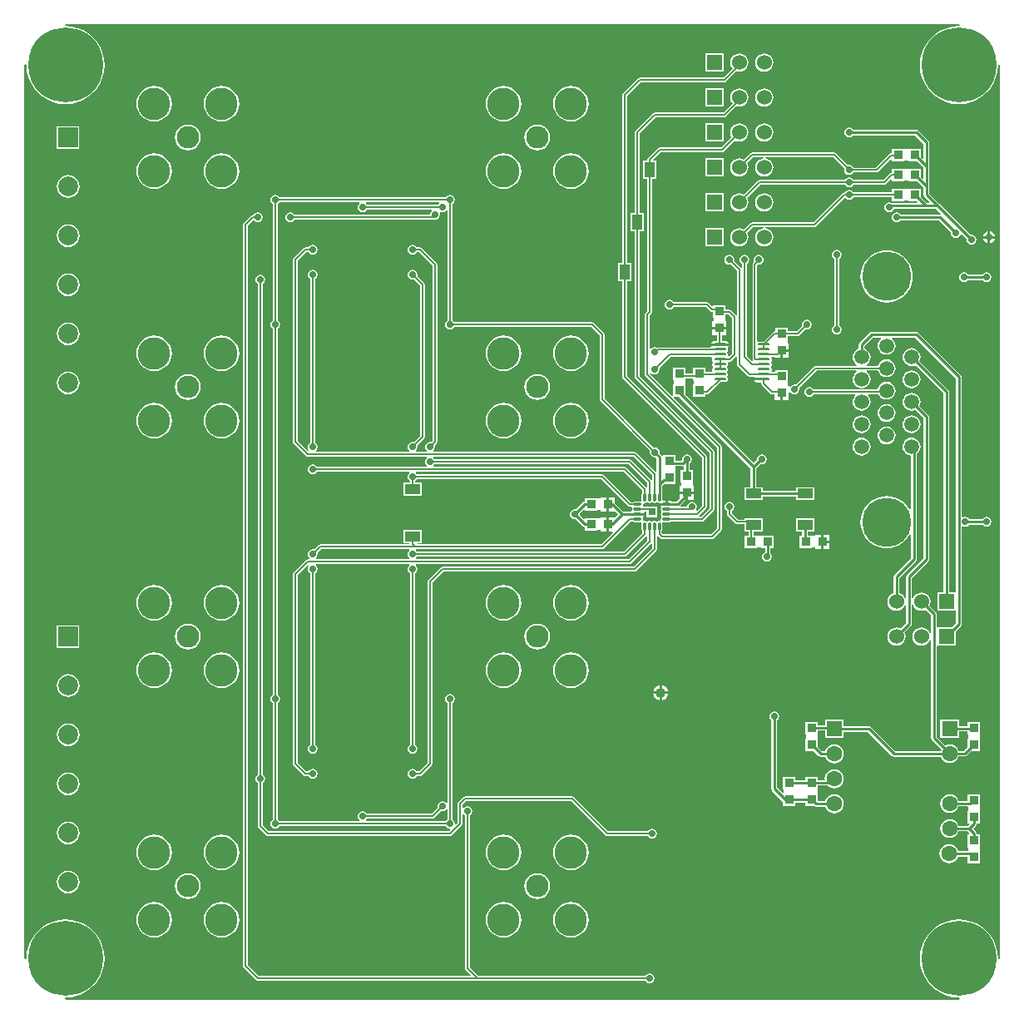
<source format=gtl>
G04*
G04 #@! TF.GenerationSoftware,Altium Limited,Altium Designer,20.1.14 (287)*
G04*
G04 Layer_Physical_Order=1*
G04 Layer_Color=255*
%FSLAX25Y25*%
%MOIN*%
G70*
G04*
G04 #@! TF.SameCoordinates,133998B2-DC8D-44E4-BDA6-9003E9527627*
G04*
G04*
G04 #@! TF.FilePolarity,Positive*
G04*
G01*
G75*
%ADD11C,0.01000*%
%ADD38O,0.03347X0.01102*%
%ADD39O,0.01102X0.03347*%
%ADD40R,0.03150X0.03150*%
%ADD41R,0.06299X0.03937*%
%ADD42R,0.03937X0.06299*%
%ADD43R,0.06102X0.03937*%
%ADD44R,0.03740X0.03740*%
%ADD45O,0.05315X0.01000*%
%ADD46R,0.03740X0.03740*%
%ADD47C,0.00600*%
%ADD48C,0.07874*%
%ADD49R,0.07874X0.07874*%
%ADD50C,0.09000*%
%ADD51C,0.13000*%
%ADD52R,0.06299X0.06299*%
%ADD53C,0.06299*%
%ADD54C,0.03000*%
%ADD55C,0.30000*%
%ADD56C,0.06000*%
%ADD57R,0.06000X0.06000*%
%ADD58C,0.05906*%
%ADD59C,0.19685*%
%ADD60C,0.02800*%
%ADD61C,0.04000*%
G36*
X678414Y494086D02*
X678204Y493632D01*
X678000Y493648D01*
X675552Y493456D01*
X673164Y492882D01*
X670896Y491943D01*
X668802Y490660D01*
X666935Y489065D01*
X665340Y487198D01*
X664057Y485104D01*
X663118Y482836D01*
X662544Y480448D01*
X662352Y478000D01*
X662544Y475552D01*
X663118Y473164D01*
X664057Y470896D01*
X665340Y468802D01*
X666935Y466935D01*
X668802Y465340D01*
X670896Y464057D01*
X673164Y463118D01*
X675552Y462544D01*
X678000Y462352D01*
X680448Y462544D01*
X682836Y463118D01*
X685104Y464057D01*
X687198Y465340D01*
X689065Y466935D01*
X690660Y468802D01*
X691943Y470896D01*
X692882Y473164D01*
X693456Y475552D01*
X693648Y478000D01*
X693632Y478204D01*
X694086Y478414D01*
X694500Y478000D01*
Y120000D01*
X694086Y119586D01*
X693632Y119796D01*
X693648Y120000D01*
X693456Y122448D01*
X692882Y124836D01*
X691943Y127104D01*
X690660Y129198D01*
X689065Y131065D01*
X687198Y132660D01*
X685104Y133943D01*
X682836Y134882D01*
X680448Y135456D01*
X678000Y135648D01*
X675552Y135456D01*
X673164Y134882D01*
X670896Y133943D01*
X668802Y132660D01*
X666935Y131065D01*
X665340Y129198D01*
X664057Y127104D01*
X663118Y124836D01*
X662544Y122448D01*
X662352Y120000D01*
X662544Y117552D01*
X663118Y115164D01*
X664057Y112896D01*
X665340Y110802D01*
X666935Y108935D01*
X668802Y107340D01*
X670896Y106057D01*
X673164Y105118D01*
X675552Y104544D01*
X678000Y104352D01*
X678204Y104368D01*
X678414Y103914D01*
X678000Y103500D01*
X320000D01*
X319586Y103914D01*
X319796Y104368D01*
X320000Y104352D01*
X322448Y104544D01*
X324836Y105118D01*
X327104Y106057D01*
X329198Y107340D01*
X331065Y108935D01*
X332660Y110802D01*
X333943Y112896D01*
X334882Y115164D01*
X335456Y117552D01*
X335648Y120000D01*
X335456Y122448D01*
X334882Y124836D01*
X333943Y127104D01*
X332660Y129198D01*
X331065Y131065D01*
X329198Y132660D01*
X327104Y133943D01*
X324836Y134882D01*
X322448Y135456D01*
X320000Y135648D01*
X317552Y135456D01*
X315164Y134882D01*
X312896Y133943D01*
X310802Y132660D01*
X308935Y131065D01*
X307340Y129198D01*
X306057Y127104D01*
X305118Y124836D01*
X304544Y122448D01*
X304352Y120000D01*
X304368Y119796D01*
X303914Y119586D01*
X303500Y120000D01*
Y478000D01*
X303914Y478414D01*
X304368Y478204D01*
X304352Y478000D01*
X304544Y475552D01*
X305118Y473164D01*
X306057Y470896D01*
X307340Y468802D01*
X308935Y466935D01*
X310802Y465340D01*
X312896Y464057D01*
X315164Y463118D01*
X317552Y462544D01*
X320000Y462352D01*
X322448Y462544D01*
X324836Y463118D01*
X327104Y464057D01*
X329198Y465340D01*
X331065Y466935D01*
X332660Y468802D01*
X333943Y470896D01*
X334882Y473164D01*
X335456Y475552D01*
X335648Y478000D01*
X335456Y480448D01*
X334882Y482836D01*
X333943Y485104D01*
X332660Y487198D01*
X331065Y489065D01*
X329198Y490660D01*
X327104Y491943D01*
X324836Y492882D01*
X322448Y493456D01*
X320000Y493648D01*
X319796Y493632D01*
X319586Y494086D01*
X320000Y494500D01*
X678000D01*
X678414Y494086D01*
D02*
G37*
%LPC*%
G36*
X583600Y482600D02*
X576400D01*
Y475400D01*
X583600D01*
Y482600D01*
D02*
G37*
G36*
X600000Y482631D02*
X599060Y482507D01*
X598184Y482145D01*
X597432Y481568D01*
X596855Y480816D01*
X596493Y479940D01*
X596369Y479000D01*
X596493Y478060D01*
X596855Y477184D01*
X597432Y476432D01*
X598184Y475855D01*
X599060Y475493D01*
X600000Y475369D01*
X600940Y475493D01*
X601816Y475855D01*
X602568Y476432D01*
X603145Y477184D01*
X603507Y478060D01*
X603631Y479000D01*
X603507Y479940D01*
X603145Y480816D01*
X602568Y481568D01*
X601816Y482145D01*
X600940Y482507D01*
X600000Y482631D01*
D02*
G37*
G36*
X590000D02*
X589060Y482507D01*
X588184Y482145D01*
X587432Y481568D01*
X586855Y480816D01*
X586493Y479940D01*
X586369Y479000D01*
X586493Y478060D01*
X586855Y477184D01*
X587303Y476601D01*
X583620Y472918D01*
X550000D01*
X549649Y472848D01*
X549351Y472649D01*
X543351Y466649D01*
X543152Y466351D01*
X543082Y466000D01*
Y398750D01*
X541432D01*
Y391250D01*
X543082D01*
Y353000D01*
X543152Y352649D01*
X543351Y352351D01*
X575082Y320620D01*
Y301380D01*
X572861Y299159D01*
X572749Y299187D01*
X572717Y299226D01*
X572569Y299748D01*
X572884Y300220D01*
X573039Y301000D01*
X572884Y301780D01*
X572442Y302442D01*
X571780Y302884D01*
X571000Y303039D01*
X570220Y302884D01*
X569558Y302442D01*
X569116Y301780D01*
X568961Y301000D01*
X568880Y300902D01*
X566542D01*
X566334Y301402D01*
X568500Y303567D01*
Y306153D01*
X566130D01*
Y304370D01*
X564835Y303074D01*
X563043D01*
X562534Y303414D01*
X561929Y303534D01*
X561307D01*
Y301953D01*
X560807D01*
Y301453D01*
X558203D01*
X558224Y301347D01*
X558567Y300834D01*
X558636Y300486D01*
X558601Y300433D01*
X558511Y299984D01*
X558601Y299535D01*
X558855Y299154D01*
Y298846D01*
X558601Y298465D01*
X558511Y298016D01*
X558601Y297567D01*
X558855Y297186D01*
Y296877D01*
X558601Y296496D01*
X558511Y296047D01*
X558549Y295856D01*
X558144Y295451D01*
X557953Y295489D01*
X557504Y295399D01*
X557123Y295145D01*
X556814D01*
X556433Y295399D01*
X555984Y295489D01*
X555535Y295399D01*
X555154Y295145D01*
X554846D01*
X554465Y295399D01*
X554016Y295489D01*
X553567Y295399D01*
X553186Y295145D01*
X552877D01*
X552496Y295399D01*
X552047Y295489D01*
X551857Y295451D01*
X551451Y295856D01*
X551489Y296047D01*
X551399Y296496D01*
X551364Y296549D01*
X551433Y296897D01*
X551776Y297410D01*
X551797Y297516D01*
X549193D01*
Y298516D01*
X551797D01*
X551787Y298567D01*
X551822Y298718D01*
X552009Y299067D01*
X552825D01*
Y296825D01*
X557175D01*
Y301175D01*
X552825D01*
Y300902D01*
X551599D01*
X551331Y301402D01*
X551399Y301504D01*
X551489Y301953D01*
X551451Y302144D01*
X551857Y302549D01*
X552047Y302511D01*
X552496Y302601D01*
X552675Y302720D01*
X553031Y302814D01*
X553388Y302720D01*
X553567Y302601D01*
X554016Y302511D01*
X554465Y302601D01*
X554643Y302720D01*
X555000Y302814D01*
X555357Y302720D01*
X555535Y302601D01*
X555984Y302511D01*
X556433Y302601D01*
X556612Y302720D01*
X556968Y302814D01*
X557325Y302720D01*
X557504Y302601D01*
X557714Y302559D01*
X557805Y302453D01*
X560307D01*
Y303534D01*
X559685D01*
X559603Y303518D01*
X559511Y303550D01*
X559127Y303933D01*
Y305929D01*
X559074Y306191D01*
Y309535D01*
X559722Y310184D01*
X564470D01*
Y315124D01*
X564284D01*
X564224Y315213D01*
Y316787D01*
X564284Y316876D01*
X564470D01*
Y317195D01*
X564492Y317225D01*
X567346D01*
X567346Y317225D01*
X567378Y317231D01*
X567878Y316823D01*
Y315816D01*
X566530D01*
Y310876D01*
X566716D01*
X566776Y310787D01*
Y309524D01*
X566130D01*
Y307154D01*
X569000D01*
X571870D01*
Y309524D01*
X571224D01*
Y310787D01*
X571284Y310876D01*
X571470D01*
Y315816D01*
X570122D01*
Y318344D01*
X570442Y318558D01*
X570884Y319220D01*
X571039Y320000D01*
X570884Y320780D01*
X570442Y321442D01*
X569780Y321884D01*
X569000Y322039D01*
X568220Y321884D01*
X567558Y321442D01*
X567116Y320780D01*
X566961Y320000D01*
X566975Y319930D01*
X566583Y319468D01*
X564470D01*
Y321816D01*
X559530D01*
Y321216D01*
X559030Y321167D01*
X558989Y321373D01*
X558746Y321737D01*
X558746Y321737D01*
X558080Y322403D01*
X558155Y322780D01*
X558000Y323561D01*
X557558Y324222D01*
X556896Y324664D01*
X556116Y324819D01*
X555498Y324696D01*
X535918Y344276D01*
Y370000D01*
X535848Y370351D01*
X535649Y370649D01*
X531649Y374649D01*
X531351Y374848D01*
X531000Y374918D01*
X475792D01*
X475442Y375442D01*
X474918Y375792D01*
Y422208D01*
X475442Y422558D01*
X475884Y423220D01*
X476039Y424000D01*
X475884Y424780D01*
X475442Y425442D01*
X474780Y425884D01*
X474000Y426039D01*
X473220Y425884D01*
X472558Y425442D01*
X472208Y424918D01*
X405792D01*
X405442Y425442D01*
X404780Y425884D01*
X404000Y426039D01*
X403220Y425884D01*
X402558Y425442D01*
X402116Y424780D01*
X401961Y424000D01*
X402116Y423220D01*
X402558Y422558D01*
X403082Y422208D01*
Y375792D01*
X402558Y375442D01*
X402116Y374780D01*
X401961Y374000D01*
X402116Y373220D01*
X402558Y372558D01*
X403082Y372208D01*
Y225792D01*
X402558Y225442D01*
X402116Y224780D01*
X401961Y224000D01*
X402116Y223220D01*
X402558Y222558D01*
X403082Y222208D01*
Y175792D01*
X402558Y175442D01*
X402116Y174780D01*
X401961Y174000D01*
X402116Y173220D01*
X402558Y172558D01*
X403220Y172116D01*
X404000Y171961D01*
X404780Y172116D01*
X405442Y172558D01*
X405792Y173082D01*
X472208D01*
X472558Y172558D01*
X473220Y172116D01*
X473963Y171968D01*
X474055Y171826D01*
X474191Y171489D01*
X473620Y170918D01*
X401380D01*
X398918Y173380D01*
Y190208D01*
X399442Y190558D01*
X399884Y191220D01*
X400039Y192000D01*
X399884Y192780D01*
X399442Y193442D01*
X398918Y193792D01*
Y390208D01*
X399442Y390558D01*
X399884Y391220D01*
X400039Y392000D01*
X399884Y392780D01*
X399442Y393442D01*
X398780Y393884D01*
X398000Y394039D01*
X397220Y393884D01*
X396558Y393442D01*
X396116Y392780D01*
X395961Y392000D01*
X396116Y391220D01*
X396558Y390558D01*
X397082Y390208D01*
Y193792D01*
X396558Y193442D01*
X396116Y192780D01*
X395961Y192000D01*
X396116Y191220D01*
X396558Y190558D01*
X397082Y190208D01*
Y173000D01*
X397152Y172649D01*
X397351Y172351D01*
X400351Y169351D01*
X400649Y169152D01*
X401000Y169082D01*
X474000D01*
X474351Y169152D01*
X474649Y169351D01*
X478649Y173351D01*
X478848Y173649D01*
X478918Y174000D01*
Y177617D01*
X479418Y177768D01*
X479558Y177558D01*
X480082Y177208D01*
Y116000D01*
X480152Y115649D01*
X480351Y115351D01*
X482323Y113380D01*
X482131Y112918D01*
X397380D01*
X392918Y117380D01*
Y413620D01*
X394998Y415700D01*
X395496Y415651D01*
X395558Y415558D01*
X396220Y415116D01*
X397000Y414961D01*
X397780Y415116D01*
X398442Y415558D01*
X398884Y416220D01*
X399039Y417000D01*
X398884Y417780D01*
X398442Y418442D01*
X397780Y418884D01*
X397000Y419039D01*
X396220Y418884D01*
X395558Y418442D01*
X395208Y417918D01*
X395000D01*
X394649Y417848D01*
X394351Y417649D01*
X391351Y414649D01*
X391152Y414351D01*
X391082Y414000D01*
Y117000D01*
X391152Y116649D01*
X391351Y116351D01*
X396351Y111351D01*
X396649Y111152D01*
X397000Y111082D01*
X552208D01*
X552558Y110558D01*
X553220Y110116D01*
X554000Y109961D01*
X554780Y110116D01*
X555442Y110558D01*
X555884Y111220D01*
X556039Y112000D01*
X555884Y112780D01*
X555442Y113442D01*
X554780Y113884D01*
X554000Y114039D01*
X553220Y113884D01*
X552558Y113442D01*
X552208Y112918D01*
X485380D01*
X481918Y116380D01*
Y177208D01*
X482442Y177558D01*
X482884Y178220D01*
X483039Y179000D01*
X482884Y179780D01*
X482442Y180442D01*
X481780Y180884D01*
X481000Y181039D01*
X480220Y180884D01*
X479558Y180442D01*
X479418Y180232D01*
X478918Y180383D01*
Y181620D01*
X480380Y183082D01*
X522620D01*
X536351Y169351D01*
X536649Y169152D01*
X537000Y169082D01*
X553208D01*
X553558Y168558D01*
X554220Y168116D01*
X555000Y167961D01*
X555780Y168116D01*
X556442Y168558D01*
X556884Y169220D01*
X557039Y170000D01*
X556884Y170780D01*
X556442Y171442D01*
X555780Y171884D01*
X555000Y172039D01*
X554220Y171884D01*
X553558Y171442D01*
X553208Y170918D01*
X537380D01*
X523649Y184649D01*
X523351Y184848D01*
X523000Y184918D01*
X480000D01*
X479649Y184848D01*
X479351Y184649D01*
X477351Y182649D01*
X477152Y182351D01*
X477082Y182000D01*
Y174380D01*
X476511Y173809D01*
X476175Y173945D01*
X476032Y174037D01*
X475884Y174780D01*
X475442Y175442D01*
X474918Y175792D01*
Y222208D01*
X475442Y222558D01*
X475884Y223220D01*
X476039Y224000D01*
X475884Y224780D01*
X475442Y225442D01*
X474780Y225884D01*
X474000Y226039D01*
X473220Y225884D01*
X472558Y225442D01*
X472116Y224780D01*
X471961Y224000D01*
X472116Y223220D01*
X472558Y222558D01*
X473082Y222208D01*
Y182383D01*
X472582Y182232D01*
X472442Y182442D01*
X471780Y182884D01*
X471000Y183039D01*
X470220Y182884D01*
X469558Y182442D01*
X469116Y181780D01*
X468961Y181000D01*
X469084Y180382D01*
X466620Y177918D01*
X440792D01*
X440442Y178442D01*
X439780Y178884D01*
X439000Y179039D01*
X438220Y178884D01*
X437558Y178442D01*
X437116Y177780D01*
X436961Y177000D01*
X437116Y176220D01*
X437558Y175558D01*
X437768Y175418D01*
X437617Y174918D01*
X405792D01*
X405442Y175442D01*
X404918Y175792D01*
Y222208D01*
X405442Y222558D01*
X405884Y223220D01*
X406039Y224000D01*
X405884Y224780D01*
X405442Y225442D01*
X404918Y225792D01*
Y372208D01*
X405442Y372558D01*
X405884Y373220D01*
X406039Y374000D01*
X405884Y374780D01*
X405442Y375442D01*
X404918Y375792D01*
Y422208D01*
X405442Y422558D01*
X405792Y423082D01*
X437617D01*
X437768Y422582D01*
X437558Y422442D01*
X437116Y421780D01*
X436961Y421000D01*
X437116Y420220D01*
X437558Y419558D01*
X438220Y419116D01*
X439000Y418961D01*
X439780Y419116D01*
X440442Y419558D01*
X440792Y420082D01*
X466617D01*
X466768Y419582D01*
X466558Y419442D01*
X466116Y418780D01*
X465961Y418000D01*
X465893Y417918D01*
X411792D01*
X411442Y418442D01*
X410780Y418884D01*
X410000Y419039D01*
X409220Y418884D01*
X408558Y418442D01*
X408116Y417780D01*
X407961Y417000D01*
X408116Y416220D01*
X408558Y415558D01*
X409220Y415116D01*
X410000Y414961D01*
X410780Y415116D01*
X411442Y415558D01*
X411792Y416082D01*
X467000D01*
X467208Y416124D01*
X467220Y416116D01*
X468000Y415961D01*
X468780Y416116D01*
X469442Y416558D01*
X469884Y417220D01*
X470039Y418000D01*
X469894Y418733D01*
X470062Y418938D01*
X470267Y419106D01*
X471000Y418961D01*
X471780Y419116D01*
X472442Y419558D01*
X472582Y419768D01*
X473082Y419617D01*
Y375792D01*
X472558Y375442D01*
X472116Y374780D01*
X471961Y374000D01*
X472116Y373220D01*
X472558Y372558D01*
X473220Y372116D01*
X474000Y371961D01*
X474780Y372116D01*
X475442Y372558D01*
X475792Y373082D01*
X530620D01*
X534082Y369620D01*
Y343896D01*
X534152Y343545D01*
X534351Y343248D01*
X554200Y323399D01*
X554077Y322780D01*
X554232Y322000D01*
X554674Y321338D01*
X555336Y320896D01*
X556116Y320741D01*
X556494Y320816D01*
X556831Y320479D01*
Y315174D01*
X556331Y314967D01*
X548649Y322649D01*
X548351Y322848D01*
X548000Y322918D01*
X467383Y322918D01*
X467232Y323418D01*
X467442Y323558D01*
X467884Y324220D01*
X468039Y325000D01*
X467916Y325618D01*
X468649Y326351D01*
X468848Y326649D01*
X468918Y327000D01*
Y398000D01*
X468848Y398351D01*
X468649Y398649D01*
X462649Y404649D01*
X462351Y404848D01*
X462000Y404918D01*
X460792D01*
X460442Y405442D01*
X459780Y405884D01*
X459000Y406039D01*
X458220Y405884D01*
X457558Y405442D01*
X457116Y404780D01*
X456961Y404000D01*
X457116Y403220D01*
X457558Y402558D01*
X458220Y402116D01*
X459000Y401961D01*
X459780Y402116D01*
X460442Y402558D01*
X460792Y403082D01*
X461620D01*
X467082Y397620D01*
Y327380D01*
X466618Y326916D01*
X466000Y327039D01*
X465220Y326884D01*
X464558Y326442D01*
X464116Y325780D01*
X463961Y325000D01*
X464116Y324220D01*
X464558Y323558D01*
X464768Y323418D01*
X464617Y322918D01*
X460383D01*
X460232Y323418D01*
X460442Y323558D01*
X460884Y324220D01*
X461039Y325000D01*
X460916Y325618D01*
X463649Y328351D01*
X463848Y328649D01*
X463918Y329000D01*
Y390000D01*
X463848Y390351D01*
X463649Y390649D01*
X460916Y393382D01*
X461039Y394000D01*
X460884Y394780D01*
X460442Y395442D01*
X459780Y395884D01*
X459000Y396039D01*
X458220Y395884D01*
X457558Y395442D01*
X457116Y394780D01*
X456961Y394000D01*
X457116Y393220D01*
X457558Y392558D01*
X458220Y392116D01*
X459000Y391961D01*
X459618Y392084D01*
X462082Y389620D01*
Y329380D01*
X459618Y326916D01*
X459000Y327039D01*
X458220Y326884D01*
X457558Y326442D01*
X457116Y325780D01*
X456961Y325000D01*
X457116Y324220D01*
X457558Y323558D01*
X457768Y323418D01*
X457617Y322918D01*
X420383D01*
X420232Y323418D01*
X420442Y323558D01*
X420884Y324220D01*
X421039Y325000D01*
X420884Y325780D01*
X420442Y326442D01*
X419918Y326792D01*
Y392208D01*
X420442Y392558D01*
X420884Y393220D01*
X421039Y394000D01*
X420884Y394780D01*
X420442Y395442D01*
X419780Y395884D01*
X419000Y396039D01*
X418220Y395884D01*
X417558Y395442D01*
X417116Y394780D01*
X416961Y394000D01*
X417116Y393220D01*
X417558Y392558D01*
X418082Y392208D01*
Y326792D01*
X417558Y326442D01*
X417116Y325780D01*
X416961Y325000D01*
X417116Y324220D01*
X417447Y323724D01*
X417320Y323236D01*
X417266Y323164D01*
X417161Y323137D01*
X412918Y327380D01*
Y399620D01*
X416380Y403082D01*
X417208D01*
X417558Y402558D01*
X418220Y402116D01*
X419000Y401961D01*
X419780Y402116D01*
X420442Y402558D01*
X420884Y403220D01*
X421039Y404000D01*
X420884Y404780D01*
X420442Y405442D01*
X419780Y405884D01*
X419000Y406039D01*
X418220Y405884D01*
X417558Y405442D01*
X417208Y404918D01*
X416000D01*
X415649Y404848D01*
X415351Y404649D01*
X411351Y400649D01*
X411152Y400351D01*
X411082Y400000D01*
Y327000D01*
X411082Y327000D01*
X411152Y326649D01*
X411351Y326351D01*
X416351Y321351D01*
X416649Y321152D01*
X417000Y321082D01*
X464617D01*
X464768Y320582D01*
X464558Y320442D01*
X464116Y319780D01*
X463961Y319000D01*
X464116Y318220D01*
X464558Y317558D01*
X464768Y317418D01*
X464617Y316918D01*
X420792D01*
X420442Y317442D01*
X419780Y317884D01*
X419000Y318039D01*
X418220Y317884D01*
X417558Y317442D01*
X417116Y316780D01*
X416961Y316000D01*
X417116Y315220D01*
X417558Y314558D01*
X418220Y314116D01*
X419000Y313961D01*
X419780Y314116D01*
X420442Y314558D01*
X420792Y315082D01*
X457617D01*
X457768Y314582D01*
X457558Y314442D01*
X457116Y313780D01*
X456961Y313000D01*
X457116Y312220D01*
X457558Y311558D01*
X458082Y311208D01*
Y310568D01*
X455250D01*
Y305432D01*
X462750D01*
Y310568D01*
X459918D01*
Y311208D01*
X460442Y311558D01*
X460792Y312082D01*
X534620D01*
X545398Y301304D01*
X545696Y301105D01*
X546047Y301035D01*
X546787D01*
X547054Y300535D01*
X546986Y300433D01*
X546897Y299984D01*
X546967Y299633D01*
X546780Y299290D01*
X546651Y299137D01*
X543449D01*
X540216Y302370D01*
Y304870D01*
X537847D01*
Y302000D01*
Y299130D01*
X540216D01*
X540216Y299130D01*
Y299130D01*
X540578Y298836D01*
X541414Y298000D01*
X540576Y297162D01*
X540216Y296870D01*
Y296870D01*
X540216Y296870D01*
X537847D01*
Y294000D01*
Y291130D01*
X539179D01*
X539370Y290668D01*
X534620Y285918D01*
X460902D01*
X460892Y285931D01*
X461160Y286432D01*
X462750D01*
Y291568D01*
X455250D01*
Y286432D01*
X457910D01*
X457913Y286418D01*
X457516Y285918D01*
X422000D01*
X421649Y285848D01*
X421351Y285649D01*
X419619Y283916D01*
X419000Y284039D01*
X418220Y283884D01*
X417558Y283442D01*
X417116Y282780D01*
X416961Y282000D01*
X417116Y281220D01*
X417558Y280558D01*
X417768Y280418D01*
X417617Y279918D01*
X417000D01*
X416649Y279848D01*
X416351Y279649D01*
X411351Y274649D01*
X411152Y274351D01*
X411082Y274000D01*
Y198000D01*
X411152Y197649D01*
X411351Y197351D01*
X415351Y193351D01*
X415649Y193152D01*
X416000Y193082D01*
X417208D01*
X417558Y192558D01*
X418220Y192116D01*
X419000Y191961D01*
X419780Y192116D01*
X420442Y192558D01*
X420884Y193220D01*
X421039Y194000D01*
X420884Y194780D01*
X420442Y195442D01*
X419780Y195884D01*
X419000Y196039D01*
X418220Y195884D01*
X417558Y195442D01*
X417208Y194918D01*
X416380D01*
X412918Y198380D01*
Y273620D01*
X417161Y277863D01*
X417266Y277836D01*
X417320Y277764D01*
X417447Y277276D01*
X417116Y276780D01*
X416961Y276000D01*
X417116Y275220D01*
X417558Y274558D01*
X418082Y274208D01*
Y205792D01*
X417558Y205442D01*
X417116Y204780D01*
X416961Y204000D01*
X417116Y203220D01*
X417558Y202558D01*
X418220Y202116D01*
X419000Y201961D01*
X419780Y202116D01*
X420442Y202558D01*
X420884Y203220D01*
X421039Y204000D01*
X420884Y204780D01*
X420442Y205442D01*
X419918Y205792D01*
Y274208D01*
X420442Y274558D01*
X420884Y275220D01*
X421039Y276000D01*
X420884Y276780D01*
X420442Y277442D01*
X420232Y277582D01*
X420383Y278082D01*
X457617D01*
X457768Y277582D01*
X457558Y277442D01*
X457116Y276780D01*
X456961Y276000D01*
X457116Y275220D01*
X457558Y274558D01*
X458082Y274208D01*
Y205792D01*
X457558Y205442D01*
X457116Y204780D01*
X456961Y204000D01*
X457116Y203220D01*
X457558Y202558D01*
X458220Y202116D01*
X459000Y201961D01*
X459780Y202116D01*
X460442Y202558D01*
X460884Y203220D01*
X461039Y204000D01*
X460884Y204780D01*
X460442Y205442D01*
X459918Y205792D01*
Y274208D01*
X460442Y274558D01*
X460884Y275220D01*
X461039Y276000D01*
X460884Y276780D01*
X460442Y277442D01*
X460232Y277582D01*
X460383Y278082D01*
X546000D01*
X546351Y278152D01*
X546649Y278351D01*
X554567Y286269D01*
X554951Y286162D01*
X555067Y286080D01*
Y284364D01*
X547620Y276918D01*
X471000D01*
X470649Y276848D01*
X470351Y276649D01*
X465351Y271649D01*
X465152Y271351D01*
X465082Y271000D01*
Y198380D01*
X461620Y194918D01*
X460792D01*
X460442Y195442D01*
X459780Y195884D01*
X459000Y196039D01*
X458220Y195884D01*
X457558Y195442D01*
X457116Y194780D01*
X456961Y194000D01*
X457116Y193220D01*
X457558Y192558D01*
X458220Y192116D01*
X459000Y191961D01*
X459780Y192116D01*
X460442Y192558D01*
X460792Y193082D01*
X462000D01*
X462351Y193152D01*
X462649Y193351D01*
X466649Y197351D01*
X466848Y197649D01*
X466918Y198000D01*
Y270620D01*
X471380Y275082D01*
X548000D01*
X548351Y275152D01*
X548649Y275351D01*
X556633Y283335D01*
X556832Y283633D01*
X556902Y283984D01*
Y289111D01*
X557017Y289194D01*
X557402Y289300D01*
X558351Y288351D01*
X558649Y288152D01*
X559000Y288082D01*
X579000D01*
X579351Y288152D01*
X579649Y288351D01*
X582649Y291351D01*
X582848Y291649D01*
X582918Y292000D01*
Y325000D01*
X582848Y325351D01*
X582649Y325649D01*
X563614Y344684D01*
X563821Y345183D01*
X563892Y345183D01*
X563892Y345183D01*
X563909Y345183D01*
X565884D01*
X594544Y316524D01*
Y308868D01*
X592014D01*
Y303731D01*
X599317D01*
Y305178D01*
X612683D01*
Y303731D01*
X619986D01*
Y308868D01*
X612683D01*
Y307421D01*
X599317D01*
Y308868D01*
X596787D01*
Y316524D01*
X598353Y318090D01*
X599000Y317961D01*
X599780Y318116D01*
X600442Y318558D01*
X600884Y319220D01*
X601039Y320000D01*
X600884Y320780D01*
X600442Y321442D01*
X599780Y321884D01*
X599000Y322039D01*
X598220Y321884D01*
X597558Y321442D01*
X597116Y320780D01*
X596961Y320000D01*
X596982Y319891D01*
X595665Y318574D01*
X568470Y345770D01*
Y350124D01*
X568284D01*
X568224Y350213D01*
Y351787D01*
X568284Y351876D01*
X568470D01*
Y352429D01*
X571530D01*
Y351876D01*
X571716D01*
X571776Y351787D01*
Y350213D01*
X571716Y350124D01*
X571530D01*
Y345183D01*
X576470D01*
Y346082D01*
X577130D01*
X577481Y346152D01*
X577779Y346351D01*
X582416Y350989D01*
X584398D01*
X584827Y351074D01*
X585191Y351317D01*
X585434Y351681D01*
X585519Y352110D01*
X585434Y352539D01*
X585191Y352903D01*
Y353286D01*
X585434Y353649D01*
X585519Y354079D01*
X585434Y354508D01*
X585191Y354872D01*
Y355254D01*
X585434Y355618D01*
X585519Y356047D01*
X585434Y356476D01*
X585191Y356840D01*
Y357223D01*
X585434Y357587D01*
X585519Y358016D01*
X585434Y358445D01*
X585353Y358567D01*
X585620Y359067D01*
X585984D01*
X586335Y359137D01*
X586633Y359335D01*
X588582Y361285D01*
X588903Y361210D01*
X589082Y361092D01*
Y358000D01*
X589152Y357649D01*
X589351Y357351D01*
X593272Y353430D01*
X593570Y353231D01*
X593921Y353161D01*
X595970D01*
X596178Y352772D01*
X596182Y352661D01*
X596172Y352610D01*
X599760D01*
Y351610D01*
X596172D01*
X596189Y351525D01*
X596521Y351029D01*
X597017Y350697D01*
X597602Y350581D01*
X598842D01*
Y350240D01*
X598912Y349889D01*
X599111Y349591D01*
X602351Y346351D01*
X602649Y346152D01*
X603000Y346082D01*
X604130D01*
Y343783D01*
X606500D01*
Y346654D01*
X607500D01*
Y343783D01*
X609870D01*
Y346688D01*
X610370Y346839D01*
X610558Y346558D01*
X611220Y346116D01*
X612000Y345961D01*
X612780Y346116D01*
X613442Y346558D01*
X613884Y347220D01*
X614039Y348000D01*
X613916Y348618D01*
X620892Y355594D01*
X636819D01*
X636893Y355499D01*
X636810Y354821D01*
X636466Y354557D01*
X635897Y353815D01*
X635539Y352951D01*
X635417Y352024D01*
X635539Y351096D01*
X635897Y350232D01*
X636466Y349490D01*
X637208Y348920D01*
X638072Y348562D01*
X639000Y348440D01*
X639927Y348562D01*
X640792Y348920D01*
X641534Y349490D01*
X642103Y350232D01*
X642461Y351096D01*
X642583Y352024D01*
X642461Y352951D01*
X642103Y353815D01*
X641534Y354557D01*
X641190Y354821D01*
X641107Y355499D01*
X641181Y355594D01*
X645537D01*
X645539Y355584D01*
X645897Y354720D01*
X646466Y353978D01*
X647208Y353409D01*
X648072Y353050D01*
X649000Y352928D01*
X649928Y353050D01*
X650792Y353409D01*
X651534Y353978D01*
X652103Y354720D01*
X652461Y355584D01*
X652583Y356512D01*
X652461Y357439D01*
X652103Y358303D01*
X651534Y359046D01*
X650792Y359615D01*
X649928Y359973D01*
X649000Y360095D01*
X648072Y359973D01*
X647208Y359615D01*
X646466Y359046D01*
X645897Y358303D01*
X645539Y357439D01*
X645537Y357429D01*
X641181D01*
X641107Y357524D01*
X641190Y358203D01*
X641534Y358466D01*
X642103Y359208D01*
X642461Y360073D01*
X642583Y361000D01*
X642461Y361927D01*
X642103Y362792D01*
X641534Y363534D01*
X640792Y364103D01*
X640122Y364381D01*
Y365535D01*
X643465Y368879D01*
X646761D01*
X646931Y368378D01*
X646466Y368022D01*
X645897Y367280D01*
X645539Y366416D01*
X645417Y365488D01*
X645539Y364561D01*
X645897Y363697D01*
X646466Y362954D01*
X647208Y362385D01*
X648072Y362027D01*
X649000Y361905D01*
X649928Y362027D01*
X650792Y362385D01*
X651534Y362954D01*
X652103Y363697D01*
X652461Y364561D01*
X652583Y365488D01*
X652461Y366416D01*
X652103Y367280D01*
X651534Y368022D01*
X651069Y368378D01*
X651239Y368879D01*
X660535D01*
X676878Y352535D01*
Y266985D01*
X676600Y266600D01*
X676378Y266600D01*
X674122D01*
Y347000D01*
X674122Y347000D01*
X674036Y347429D01*
X673793Y347793D01*
X662184Y359402D01*
X662461Y360073D01*
X662583Y361000D01*
X662461Y361927D01*
X662103Y362792D01*
X661534Y363534D01*
X660792Y364103D01*
X659928Y364461D01*
X659000Y364583D01*
X658073Y364461D01*
X657208Y364103D01*
X656466Y363534D01*
X655897Y362792D01*
X655539Y361927D01*
X655417Y361000D01*
X655539Y360073D01*
X655897Y359208D01*
X656466Y358466D01*
X657208Y357897D01*
X658073Y357539D01*
X659000Y357417D01*
X659928Y357539D01*
X660598Y357816D01*
X671878Y346535D01*
Y266600D01*
X669400D01*
Y259400D01*
X676378D01*
X676600Y259400D01*
X676878Y259015D01*
Y254465D01*
X675014Y252600D01*
X669622D01*
X669400Y252600D01*
X669122Y252985D01*
Y258000D01*
X669122Y258000D01*
X669036Y258429D01*
X668793Y258793D01*
X668793Y258793D01*
X666220Y261366D01*
X666507Y262060D01*
X666631Y263000D01*
X666507Y263940D01*
X666145Y264815D01*
X665568Y265567D01*
X664816Y266145D01*
X663940Y266507D01*
X663000Y266631D01*
X662060Y266507D01*
X661185Y266145D01*
X660432Y265567D01*
X659855Y264815D01*
X659622Y264251D01*
X659122Y264350D01*
Y272535D01*
X665793Y279207D01*
X665793Y279207D01*
X666036Y279571D01*
X666122Y280000D01*
Y337047D01*
X666122Y337047D01*
X666036Y337476D01*
X665793Y337840D01*
X665793Y337840D01*
X662184Y341450D01*
X662461Y342120D01*
X662583Y343047D01*
X662461Y343975D01*
X662103Y344839D01*
X661534Y345581D01*
X660792Y346151D01*
X659928Y346509D01*
X659000Y346631D01*
X658073Y346509D01*
X657208Y346151D01*
X656466Y345581D01*
X655897Y344839D01*
X655539Y343975D01*
X655417Y343047D01*
X655539Y342120D01*
X655897Y341255D01*
X656466Y340513D01*
X657208Y339944D01*
X658073Y339586D01*
X659000Y339464D01*
X659928Y339586D01*
X660598Y339863D01*
X663878Y336583D01*
Y280465D01*
X657207Y273793D01*
X656964Y273429D01*
X656878Y273000D01*
X656878Y273000D01*
Y264350D01*
X656378Y264251D01*
X656145Y264815D01*
X655568Y265567D01*
X654815Y266145D01*
X654122Y266432D01*
Y272535D01*
X660793Y279207D01*
X660793Y279207D01*
X661036Y279571D01*
X661122Y280000D01*
Y322244D01*
X661534Y322561D01*
X662103Y323303D01*
X662461Y324167D01*
X662583Y325095D01*
X662461Y326022D01*
X662103Y326886D01*
X661534Y327628D01*
X660792Y328198D01*
X659928Y328556D01*
X659000Y328678D01*
X658073Y328556D01*
X657208Y328198D01*
X656466Y327628D01*
X655897Y326886D01*
X655539Y326022D01*
X655417Y325095D01*
X655539Y324167D01*
X655897Y323303D01*
X656466Y322561D01*
X657208Y321991D01*
X658073Y321633D01*
X658878Y321527D01*
Y299579D01*
X658388Y299481D01*
X658333Y299614D01*
X657474Y301015D01*
X656407Y302265D01*
X655157Y303333D01*
X653756Y304191D01*
X652237Y304820D01*
X650639Y305204D01*
X649000Y305333D01*
X647361Y305204D01*
X645763Y304820D01*
X644244Y304191D01*
X642843Y303333D01*
X641593Y302265D01*
X640526Y301015D01*
X639667Y299614D01*
X639038Y298095D01*
X638654Y296497D01*
X638525Y294858D01*
X638654Y293220D01*
X639038Y291621D01*
X639667Y290103D01*
X640526Y288701D01*
X641593Y287452D01*
X642843Y286384D01*
X644244Y285525D01*
X645763Y284896D01*
X647361Y284512D01*
X649000Y284384D01*
X650639Y284512D01*
X652237Y284896D01*
X653756Y285525D01*
X655157Y286384D01*
X656407Y287452D01*
X657474Y288701D01*
X658333Y290103D01*
X658388Y290235D01*
X658878Y290138D01*
Y280465D01*
X652207Y273793D01*
X651964Y273429D01*
X651878Y273000D01*
X651878Y273000D01*
Y266432D01*
X651185Y266145D01*
X650432Y265567D01*
X649855Y264815D01*
X649493Y263940D01*
X649369Y263000D01*
X649493Y262060D01*
X649855Y261185D01*
X650432Y260433D01*
X651185Y259855D01*
X652060Y259493D01*
X653000Y259369D01*
X653940Y259493D01*
X654815Y259855D01*
X655568Y260433D01*
X656145Y261185D01*
X656378Y261749D01*
X656878Y261650D01*
Y254465D01*
X654634Y252220D01*
X653940Y252507D01*
X653000Y252631D01*
X652060Y252507D01*
X651185Y252145D01*
X650432Y251568D01*
X649855Y250816D01*
X649493Y249940D01*
X649369Y249000D01*
X649493Y248060D01*
X649855Y247184D01*
X650432Y246432D01*
X651185Y245855D01*
X652060Y245493D01*
X653000Y245369D01*
X653940Y245493D01*
X654815Y245855D01*
X655568Y246432D01*
X656145Y247184D01*
X656507Y248060D01*
X656631Y249000D01*
X656507Y249940D01*
X656220Y250634D01*
X658793Y253207D01*
X658793Y253207D01*
X659036Y253571D01*
X659122Y254000D01*
X659122Y254000D01*
Y261650D01*
X659622Y261749D01*
X659855Y261185D01*
X660432Y260433D01*
X661185Y259855D01*
X662060Y259493D01*
X663000Y259369D01*
X663940Y259493D01*
X664634Y259780D01*
X666878Y257535D01*
Y250350D01*
X666378Y250251D01*
X666145Y250816D01*
X665568Y251568D01*
X664816Y252145D01*
X663940Y252507D01*
X663000Y252631D01*
X662060Y252507D01*
X661185Y252145D01*
X660432Y251568D01*
X659855Y250816D01*
X659493Y249940D01*
X659369Y249000D01*
X659493Y248060D01*
X659855Y247184D01*
X660432Y246432D01*
X661185Y245855D01*
X662060Y245493D01*
X663000Y245369D01*
X663940Y245493D01*
X664816Y245855D01*
X665568Y246432D01*
X666145Y247184D01*
X666378Y247749D01*
X666878Y247650D01*
Y208275D01*
X666878Y208275D01*
X666964Y207845D01*
X667207Y207482D01*
X670923Y203766D01*
X670656Y203122D01*
X652465D01*
X642793Y212793D01*
X642429Y213036D01*
X642000Y213122D01*
X642000Y213122D01*
X631750D01*
Y215750D01*
X624250D01*
Y213468D01*
X621470D01*
Y214816D01*
X616530D01*
Y209876D01*
X616716D01*
X616776Y209787D01*
Y208213D01*
X616716Y208124D01*
X616530D01*
Y203184D01*
X619884D01*
X621861Y201207D01*
X621861Y201207D01*
X622224Y200964D01*
X622653Y200878D01*
X622654Y200878D01*
X624406D01*
X624725Y200109D01*
X625326Y199326D01*
X626109Y198725D01*
X627021Y198347D01*
X628000Y198218D01*
X628979Y198347D01*
X629891Y198725D01*
X630674Y199326D01*
X631275Y200109D01*
X631653Y201021D01*
X631782Y202000D01*
X631653Y202979D01*
X631275Y203891D01*
X630674Y204674D01*
X629891Y205275D01*
X628979Y205653D01*
X628000Y205782D01*
X627021Y205653D01*
X626109Y205275D01*
X625326Y204674D01*
X624725Y203891D01*
X624406Y203122D01*
X623118D01*
X621470Y204770D01*
Y208124D01*
X621284D01*
X621224Y208213D01*
Y209787D01*
X621284Y209876D01*
X621470D01*
Y211225D01*
X624250D01*
Y208250D01*
X631750D01*
Y210878D01*
X641535D01*
X651207Y201207D01*
X651207Y201207D01*
X651571Y200964D01*
X652000Y200878D01*
X652000Y200878D01*
X670670D01*
X670982Y200127D01*
X671583Y199343D01*
X672366Y198742D01*
X673278Y198364D01*
X674257Y198236D01*
X675236Y198364D01*
X676148Y198742D01*
X676931Y199343D01*
X677532Y200127D01*
X677851Y200896D01*
X680364D01*
X680364Y200896D01*
X680793Y200981D01*
X681157Y201224D01*
X683116Y203184D01*
X686470D01*
Y208124D01*
X686284D01*
X686224Y208213D01*
Y209787D01*
X686284Y209876D01*
X686470D01*
Y214816D01*
X681530D01*
Y213139D01*
X678007D01*
Y215767D01*
X670507D01*
Y208268D01*
X678007D01*
Y210896D01*
X681530D01*
Y209876D01*
X681716D01*
X681776Y209787D01*
Y208213D01*
X681716Y208124D01*
X681530D01*
Y204770D01*
X679900Y203139D01*
X677851D01*
X677532Y203909D01*
X676931Y204692D01*
X676148Y205293D01*
X675236Y205671D01*
X674257Y205800D01*
X673278Y205671D01*
X672509Y205352D01*
X669122Y208739D01*
Y245015D01*
X669400Y245400D01*
X669622Y245400D01*
X676600D01*
Y251014D01*
X678793Y253207D01*
X678793Y253207D01*
X679036Y253571D01*
X679122Y254000D01*
X679122Y254000D01*
Y292985D01*
X679563Y293221D01*
X679720Y293116D01*
X680500Y292961D01*
X681280Y293116D01*
X681942Y293558D01*
X682156Y293879D01*
X687344D01*
X687558Y293558D01*
X688220Y293116D01*
X689000Y292961D01*
X689780Y293116D01*
X690442Y293558D01*
X690884Y294220D01*
X691039Y295000D01*
X690884Y295780D01*
X690442Y296442D01*
X689780Y296884D01*
X689000Y297039D01*
X688220Y296884D01*
X687558Y296442D01*
X687344Y296122D01*
X682156D01*
X681942Y296442D01*
X681280Y296884D01*
X680500Y297039D01*
X679720Y296884D01*
X679563Y296779D01*
X679122Y297015D01*
Y353000D01*
X679122Y353000D01*
X679036Y353429D01*
X678793Y353793D01*
X661793Y370793D01*
X661429Y371036D01*
X661000Y371122D01*
X661000Y371122D01*
X643000D01*
X642571Y371036D01*
X642207Y370793D01*
X642207Y370793D01*
X638207Y366793D01*
X637964Y366429D01*
X637878Y366000D01*
X637878Y366000D01*
Y364381D01*
X637208Y364103D01*
X636466Y363534D01*
X635897Y362792D01*
X635539Y361927D01*
X635417Y361000D01*
X635539Y360073D01*
X635897Y359208D01*
X636466Y358466D01*
X636810Y358203D01*
X636893Y357524D01*
X636819Y357429D01*
X620512D01*
X620161Y357360D01*
X619863Y357161D01*
X612618Y349916D01*
X612000Y350039D01*
X611220Y349884D01*
X610558Y349442D01*
X610370Y349161D01*
X609870Y349312D01*
Y349524D01*
X609224D01*
Y350787D01*
X609284Y350876D01*
X609470D01*
Y355817D01*
X604530D01*
Y354918D01*
X603041D01*
X603036Y354923D01*
X602820Y355418D01*
X602953Y355618D01*
X603039Y356047D01*
X602953Y356476D01*
X602710Y356840D01*
Y357223D01*
X602953Y357587D01*
X603039Y358016D01*
X602953Y358445D01*
X602710Y358809D01*
Y359191D01*
X602953Y359555D01*
X603039Y359984D01*
X602953Y360414D01*
X602756Y360709D01*
X602999Y360871D01*
X603108Y361035D01*
X604130D01*
Y360784D01*
X606500D01*
Y363653D01*
X607000D01*
Y364154D01*
X609870D01*
Y366524D01*
X609224D01*
Y367787D01*
X609284Y367876D01*
X609470D01*
Y369429D01*
X613346D01*
X613698Y369499D01*
X613995Y369698D01*
X616382Y372084D01*
X617000Y371961D01*
X617780Y372116D01*
X618442Y372558D01*
X618884Y373220D01*
X619039Y374000D01*
X618884Y374780D01*
X618442Y375442D01*
X617780Y375884D01*
X617000Y376039D01*
X616220Y375884D01*
X615558Y375442D01*
X615116Y374780D01*
X614961Y374000D01*
X615084Y373382D01*
X612966Y371264D01*
X609470D01*
Y372816D01*
X604530D01*
Y371264D01*
X604216D01*
X603865Y371194D01*
X603568Y370995D01*
X599584Y367011D01*
X597602D01*
X597120Y367425D01*
Y397635D01*
X597533Y397994D01*
X597700Y397961D01*
X598480Y398116D01*
X599142Y398558D01*
X599584Y399220D01*
X599739Y400000D01*
X599584Y400780D01*
X599142Y401442D01*
X598480Y401884D01*
X597700Y402039D01*
X596920Y401884D01*
X596258Y401442D01*
X595816Y400780D01*
X595661Y400000D01*
X595816Y399220D01*
X595874Y399133D01*
X595553Y398812D01*
X595355Y398514D01*
X595285Y398163D01*
Y360253D01*
X595355Y359902D01*
X595472Y359727D01*
X595457Y359447D01*
X595284Y359166D01*
X595125Y359173D01*
X592918Y361380D01*
Y398208D01*
X593442Y398558D01*
X593884Y399220D01*
X594039Y400000D01*
X593884Y400780D01*
X593442Y401442D01*
X592780Y401884D01*
X592000Y402039D01*
X591220Y401884D01*
X590558Y401442D01*
X590116Y400780D01*
X589961Y400000D01*
X590116Y399220D01*
X590558Y398558D01*
X591082Y398208D01*
Y396861D01*
X590851Y396727D01*
X590582Y396676D01*
X587877Y399382D01*
X588000Y400000D01*
X587845Y400780D01*
X587403Y401442D01*
X586741Y401884D01*
X585961Y402039D01*
X585181Y401884D01*
X584519Y401442D01*
X584077Y400780D01*
X583922Y400000D01*
X584077Y399220D01*
X584519Y398558D01*
X585181Y398116D01*
X585961Y397961D01*
X586579Y398084D01*
X589082Y395581D01*
Y377908D01*
X588903Y377790D01*
X588582Y377715D01*
X586649Y379649D01*
X586351Y379848D01*
X586000Y379918D01*
X584470D01*
Y381817D01*
X579530D01*
Y381475D01*
X579030Y381268D01*
X577649Y382649D01*
X577351Y382848D01*
X577000Y382918D01*
X563792D01*
X563442Y383442D01*
X562780Y383884D01*
X562000Y384039D01*
X561220Y383884D01*
X560558Y383442D01*
X560116Y382780D01*
X559961Y382000D01*
X560116Y381220D01*
X560558Y380558D01*
X561220Y380116D01*
X562000Y379961D01*
X562780Y380116D01*
X563442Y380558D01*
X563792Y381082D01*
X576620D01*
X578351Y379351D01*
X578649Y379152D01*
X579000Y379082D01*
X579530D01*
Y376876D01*
X579716D01*
X579776Y376787D01*
Y375524D01*
X579130D01*
Y373153D01*
X582000D01*
X584870D01*
Y375524D01*
X584224D01*
Y376787D01*
X584284Y376876D01*
X584470D01*
Y378082D01*
X585620D01*
X587098Y376604D01*
Y362396D01*
X585977Y361274D01*
X585859Y361293D01*
X585830Y361309D01*
X585500Y361857D01*
X585519Y361953D01*
X585434Y362382D01*
X585191Y362746D01*
Y363128D01*
X585434Y363492D01*
X585519Y363921D01*
X585434Y364351D01*
X585236Y364646D01*
X585479Y364808D01*
X585811Y365304D01*
X585828Y365390D01*
X582240D01*
X578653D01*
X578663Y365339D01*
X578658Y365228D01*
X578450Y364839D01*
X556921D01*
X556865Y364828D01*
X556780Y364884D01*
X556000Y365039D01*
X555220Y364884D01*
X554558Y364442D01*
X554418Y364232D01*
X553918Y364383D01*
Y377620D01*
X554649Y378351D01*
X554848Y378649D01*
X554918Y379000D01*
Y432250D01*
X556568D01*
Y439750D01*
X555701D01*
X555509Y440211D01*
X558380Y443082D01*
X583000D01*
X583351Y443152D01*
X583649Y443351D01*
X588167Y447869D01*
X588184Y447855D01*
X589060Y447493D01*
X590000Y447369D01*
X590940Y447493D01*
X591816Y447855D01*
X592568Y448432D01*
X593145Y449185D01*
X593507Y450060D01*
X593631Y451000D01*
X593507Y451940D01*
X593145Y452815D01*
X592568Y453568D01*
X591816Y454145D01*
X590940Y454507D01*
X590000Y454631D01*
X589060Y454507D01*
X588184Y454145D01*
X587432Y453568D01*
X586855Y452815D01*
X586493Y451940D01*
X586369Y451000D01*
X586493Y450060D01*
X586855Y449185D01*
X586869Y449167D01*
X582620Y444918D01*
X558000D01*
X557649Y444848D01*
X557351Y444649D01*
X553351Y440649D01*
X553152Y440351D01*
X553082Y440000D01*
Y439750D01*
X551432D01*
Y432250D01*
X553082D01*
Y379380D01*
X552351Y378649D01*
X552152Y378351D01*
X552082Y378000D01*
Y354000D01*
X552152Y353649D01*
X552351Y353351D01*
X581082Y324620D01*
Y292380D01*
X578620Y289918D01*
X559380D01*
X558870Y290427D01*
Y291372D01*
X559037Y291622D01*
X559127Y292071D01*
Y294315D01*
X559089Y294506D01*
X559494Y294912D01*
X559685Y294873D01*
X561929D01*
X562378Y294963D01*
X562628Y295130D01*
X575047D01*
X575398Y295199D01*
X575696Y295398D01*
X579649Y299351D01*
X579848Y299649D01*
X579918Y300000D01*
Y323000D01*
X579848Y323351D01*
X579649Y323649D01*
X549918Y353380D01*
Y411250D01*
X551569D01*
Y418750D01*
X549918D01*
Y450620D01*
X556380Y457082D01*
X584000D01*
X584351Y457152D01*
X584649Y457351D01*
X588869Y461572D01*
X589060Y461493D01*
X590000Y461369D01*
X590940Y461493D01*
X591816Y461855D01*
X592568Y462432D01*
X593145Y463184D01*
X593507Y464060D01*
X593631Y465000D01*
X593507Y465940D01*
X593145Y466816D01*
X592568Y467568D01*
X591816Y468145D01*
X590940Y468507D01*
X590000Y468631D01*
X589060Y468507D01*
X588184Y468145D01*
X587432Y467568D01*
X586855Y466816D01*
X586493Y465940D01*
X586369Y465000D01*
X586493Y464060D01*
X586855Y463184D01*
X587303Y462601D01*
X583620Y458918D01*
X556000D01*
X555649Y458848D01*
X555351Y458649D01*
X548351Y451649D01*
X548152Y451351D01*
X548082Y451000D01*
Y418750D01*
X546431D01*
Y411250D01*
X548082D01*
Y353000D01*
X548152Y352649D01*
X548351Y352351D01*
X578082Y322620D01*
Y300380D01*
X574667Y296965D01*
X573946D01*
X573907Y297016D01*
X573763Y297465D01*
X576649Y300351D01*
X576848Y300649D01*
X576918Y301000D01*
Y321000D01*
X576848Y321351D01*
X576649Y321649D01*
X544918Y353380D01*
Y391250D01*
X546568D01*
Y398750D01*
X544918D01*
Y465620D01*
X550380Y471082D01*
X584000D01*
X584351Y471152D01*
X584649Y471351D01*
X588869Y475572D01*
X589060Y475493D01*
X590000Y475369D01*
X590940Y475493D01*
X591816Y475855D01*
X592568Y476432D01*
X593145Y477184D01*
X593507Y478060D01*
X593631Y479000D01*
X593507Y479940D01*
X593145Y480816D01*
X592568Y481568D01*
X591816Y482145D01*
X590940Y482507D01*
X590000Y482631D01*
D02*
G37*
G36*
X583600Y468600D02*
X576400D01*
Y461400D01*
X583600D01*
Y468600D01*
D02*
G37*
G36*
X600000Y468631D02*
X599060Y468507D01*
X598184Y468145D01*
X597432Y467568D01*
X596855Y466816D01*
X596493Y465940D01*
X596369Y465000D01*
X596493Y464060D01*
X596855Y463184D01*
X597432Y462432D01*
X598184Y461855D01*
X599060Y461493D01*
X600000Y461369D01*
X600940Y461493D01*
X601816Y461855D01*
X602568Y462432D01*
X603145Y463184D01*
X603507Y464060D01*
X603631Y465000D01*
X603507Y465940D01*
X603145Y466816D01*
X602568Y467568D01*
X601816Y468145D01*
X600940Y468507D01*
X600000Y468631D01*
D02*
G37*
G36*
X522500Y469634D02*
X521108Y469497D01*
X519770Y469091D01*
X518536Y468432D01*
X517455Y467545D01*
X516568Y466464D01*
X515909Y465230D01*
X515503Y463892D01*
X515366Y462500D01*
X515503Y461108D01*
X515909Y459770D01*
X516568Y458536D01*
X517455Y457455D01*
X518536Y456568D01*
X519770Y455909D01*
X521108Y455503D01*
X522500Y455366D01*
X523892Y455503D01*
X525230Y455909D01*
X526464Y456568D01*
X527545Y457455D01*
X528432Y458536D01*
X529091Y459770D01*
X529497Y461108D01*
X529634Y462500D01*
X529497Y463892D01*
X529091Y465230D01*
X528432Y466464D01*
X527545Y467545D01*
X526464Y468432D01*
X525230Y469091D01*
X523892Y469497D01*
X522500Y469634D01*
D02*
G37*
G36*
X495500D02*
X494108Y469497D01*
X492770Y469091D01*
X491536Y468432D01*
X490455Y467545D01*
X489568Y466464D01*
X488909Y465230D01*
X488503Y463892D01*
X488366Y462500D01*
X488503Y461108D01*
X488909Y459770D01*
X489568Y458536D01*
X490455Y457455D01*
X491536Y456568D01*
X492770Y455909D01*
X494108Y455503D01*
X495500Y455366D01*
X496892Y455503D01*
X498230Y455909D01*
X499464Y456568D01*
X500545Y457455D01*
X501432Y458536D01*
X502091Y459770D01*
X502497Y461108D01*
X502634Y462500D01*
X502497Y463892D01*
X502091Y465230D01*
X501432Y466464D01*
X500545Y467545D01*
X499464Y468432D01*
X498230Y469091D01*
X496892Y469497D01*
X495500Y469634D01*
D02*
G37*
G36*
X382500D02*
X381108Y469497D01*
X379770Y469091D01*
X378536Y468432D01*
X377455Y467545D01*
X376568Y466464D01*
X375909Y465230D01*
X375503Y463892D01*
X375366Y462500D01*
X375503Y461108D01*
X375909Y459770D01*
X376568Y458536D01*
X377455Y457455D01*
X378536Y456568D01*
X379770Y455909D01*
X381108Y455503D01*
X382500Y455366D01*
X383892Y455503D01*
X385230Y455909D01*
X386464Y456568D01*
X387545Y457455D01*
X388432Y458536D01*
X389091Y459770D01*
X389497Y461108D01*
X389634Y462500D01*
X389497Y463892D01*
X389091Y465230D01*
X388432Y466464D01*
X387545Y467545D01*
X386464Y468432D01*
X385230Y469091D01*
X383892Y469497D01*
X382500Y469634D01*
D02*
G37*
G36*
X355500D02*
X354108Y469497D01*
X352770Y469091D01*
X351536Y468432D01*
X350455Y467545D01*
X349568Y466464D01*
X348909Y465230D01*
X348503Y463892D01*
X348366Y462500D01*
X348503Y461108D01*
X348909Y459770D01*
X349568Y458536D01*
X350455Y457455D01*
X351536Y456568D01*
X352770Y455909D01*
X354108Y455503D01*
X355500Y455366D01*
X356892Y455503D01*
X358230Y455909D01*
X359464Y456568D01*
X360545Y457455D01*
X361432Y458536D01*
X362091Y459770D01*
X362497Y461108D01*
X362634Y462500D01*
X362497Y463892D01*
X362091Y465230D01*
X361432Y466464D01*
X360545Y467545D01*
X359464Y468432D01*
X358230Y469091D01*
X356892Y469497D01*
X355500Y469634D01*
D02*
G37*
G36*
X583600Y454600D02*
X576400D01*
Y447400D01*
X583600D01*
Y454600D01*
D02*
G37*
G36*
X600000Y454631D02*
X599060Y454507D01*
X598184Y454145D01*
X597432Y453568D01*
X596855Y452815D01*
X596493Y451940D01*
X596369Y451000D01*
X596493Y450060D01*
X596855Y449185D01*
X597432Y448432D01*
X598184Y447855D01*
X599060Y447493D01*
X600000Y447369D01*
X600940Y447493D01*
X601816Y447855D01*
X602568Y448432D01*
X603145Y449185D01*
X603507Y450060D01*
X603631Y451000D01*
X603507Y451940D01*
X603145Y452815D01*
X602568Y453568D01*
X601816Y454145D01*
X600940Y454507D01*
X600000Y454631D01*
D02*
G37*
G36*
X325537Y453537D02*
X316463D01*
Y444463D01*
X325537D01*
Y453537D01*
D02*
G37*
G36*
X509000Y454144D02*
X507669Y453969D01*
X506428Y453455D01*
X505363Y452637D01*
X504545Y451572D01*
X504031Y450331D01*
X503856Y449000D01*
X504031Y447669D01*
X504545Y446428D01*
X505363Y445363D01*
X506428Y444545D01*
X507669Y444031D01*
X509000Y443856D01*
X510331Y444031D01*
X511572Y444545D01*
X512637Y445363D01*
X513455Y446428D01*
X513969Y447669D01*
X514144Y449000D01*
X513969Y450331D01*
X513455Y451572D01*
X512637Y452637D01*
X511572Y453455D01*
X510331Y453969D01*
X509000Y454144D01*
D02*
G37*
G36*
X369000D02*
X367669Y453969D01*
X366428Y453455D01*
X365363Y452637D01*
X364545Y451572D01*
X364031Y450331D01*
X363856Y449000D01*
X364031Y447669D01*
X364545Y446428D01*
X365363Y445363D01*
X366428Y444545D01*
X367669Y444031D01*
X369000Y443856D01*
X370331Y444031D01*
X371572Y444545D01*
X372637Y445363D01*
X373455Y446428D01*
X373969Y447669D01*
X374144Y449000D01*
X373969Y450331D01*
X373455Y451572D01*
X372637Y452637D01*
X371572Y453455D01*
X370331Y453969D01*
X369000Y454144D01*
D02*
G37*
G36*
X634000Y453039D02*
X633220Y452884D01*
X632558Y452442D01*
X632116Y451780D01*
X631961Y451000D01*
X632116Y450220D01*
X632558Y449558D01*
X633220Y449116D01*
X634000Y448961D01*
X634780Y449116D01*
X635442Y449558D01*
X635656Y449878D01*
X660535D01*
X663881Y446533D01*
Y440705D01*
X663419Y440513D01*
X662816Y441116D01*
Y444470D01*
X657876D01*
Y444284D01*
X657787Y444224D01*
X656213D01*
X656124Y444284D01*
Y444470D01*
X651184D01*
Y442728D01*
X650811D01*
X650459Y442659D01*
X650162Y442459D01*
X644581Y436878D01*
X635792D01*
X635442Y437403D01*
X634780Y437845D01*
X634000Y438000D01*
X633382Y437877D01*
X628610Y442649D01*
X628312Y442848D01*
X627961Y442918D01*
X595000D01*
X594649Y442848D01*
X594351Y442649D01*
X591833Y440131D01*
X591816Y440145D01*
X590940Y440507D01*
X590000Y440631D01*
X589060Y440507D01*
X588184Y440145D01*
X587432Y439568D01*
X586855Y438815D01*
X586493Y437940D01*
X586369Y437000D01*
X586493Y436060D01*
X586855Y435184D01*
X587432Y434432D01*
X588184Y433855D01*
X589060Y433493D01*
X590000Y433369D01*
X590940Y433493D01*
X591816Y433855D01*
X592568Y434432D01*
X593145Y435184D01*
X593507Y436060D01*
X593631Y437000D01*
X593507Y437940D01*
X593145Y438815D01*
X593131Y438833D01*
X595380Y441082D01*
X599597D01*
X599630Y440582D01*
X599060Y440507D01*
X598184Y440145D01*
X597432Y439568D01*
X596855Y438815D01*
X596493Y437940D01*
X596369Y437000D01*
X596493Y436060D01*
X596855Y435184D01*
X597432Y434432D01*
X598184Y433855D01*
X599060Y433493D01*
X600000Y433369D01*
X600940Y433493D01*
X601816Y433855D01*
X602568Y434432D01*
X603145Y435184D01*
X603507Y436060D01*
X603631Y437000D01*
X603507Y437940D01*
X603145Y438815D01*
X602568Y439568D01*
X601816Y440145D01*
X600940Y440507D01*
X600370Y440582D01*
X600403Y441082D01*
X627581D01*
X632084Y436579D01*
X631961Y435961D01*
X632116Y435181D01*
X632558Y434519D01*
X633220Y434077D01*
X634000Y433922D01*
X634780Y434077D01*
X635442Y434519D01*
X635792Y435043D01*
X644961D01*
X645312Y435113D01*
X645610Y435312D01*
X650722Y440424D01*
X651184Y440232D01*
Y439530D01*
X656124D01*
Y439716D01*
X656213Y439776D01*
X657787D01*
X657876Y439716D01*
Y439530D01*
X661230D01*
X663881Y436879D01*
Y432705D01*
X663419Y432513D01*
X662816Y433116D01*
Y436470D01*
X657876D01*
Y436284D01*
X657787Y436224D01*
X656213D01*
X656124Y436284D01*
Y436470D01*
X651184D01*
Y434918D01*
X651000D01*
X650649Y434848D01*
X650351Y434649D01*
X647620Y431918D01*
X635792D01*
X635442Y432442D01*
X634780Y432884D01*
X634000Y433039D01*
X633220Y432884D01*
X632558Y432442D01*
X632208Y431918D01*
X598000D01*
X597649Y431848D01*
X597351Y431649D01*
X591833Y426131D01*
X591816Y426145D01*
X590940Y426507D01*
X590000Y426631D01*
X589060Y426507D01*
X588184Y426145D01*
X587432Y425568D01*
X586855Y424816D01*
X586493Y423940D01*
X586369Y423000D01*
X586493Y422060D01*
X586855Y421184D01*
X587432Y420432D01*
X588184Y419855D01*
X589060Y419493D01*
X590000Y419369D01*
X590940Y419493D01*
X591816Y419855D01*
X592568Y420432D01*
X593145Y421184D01*
X593507Y422060D01*
X593631Y423000D01*
X593507Y423940D01*
X593145Y424816D01*
X593131Y424833D01*
X598380Y430082D01*
X632208D01*
X632558Y429558D01*
X633220Y429116D01*
X634000Y428961D01*
X634780Y429116D01*
X635442Y429558D01*
X635792Y430082D01*
X648000D01*
X648351Y430152D01*
X648649Y430351D01*
X650722Y432424D01*
X651184Y432232D01*
Y431530D01*
X656124D01*
Y431716D01*
X656213Y431776D01*
X657787D01*
X657876Y431716D01*
Y431530D01*
X661230D01*
X663881Y428879D01*
Y426000D01*
X663881Y426000D01*
X663967Y425571D01*
X664210Y425207D01*
X666160Y423257D01*
X665969Y422795D01*
X665138D01*
X662816Y425116D01*
Y428470D01*
X657876D01*
Y428284D01*
X657787Y428224D01*
X656213D01*
X656124Y428284D01*
Y428470D01*
X651184D01*
Y426918D01*
X635792D01*
X635442Y427442D01*
X634780Y427884D01*
X634000Y428039D01*
X633220Y427884D01*
X632558Y427442D01*
X632208Y426918D01*
X632000D01*
X631649Y426848D01*
X631351Y426649D01*
X619620Y414918D01*
X595000D01*
X594649Y414848D01*
X594351Y414649D01*
X591833Y412131D01*
X591816Y412145D01*
X590940Y412507D01*
X590000Y412631D01*
X589060Y412507D01*
X588184Y412145D01*
X587432Y411568D01*
X586855Y410815D01*
X586493Y409940D01*
X586369Y409000D01*
X586493Y408060D01*
X586855Y407185D01*
X587432Y406432D01*
X588184Y405855D01*
X589060Y405493D01*
X590000Y405369D01*
X590940Y405493D01*
X591816Y405855D01*
X592568Y406432D01*
X593145Y407185D01*
X593507Y408060D01*
X593631Y409000D01*
X593507Y409940D01*
X593145Y410815D01*
X593131Y410833D01*
X595380Y413082D01*
X599597D01*
X599630Y412582D01*
X599060Y412507D01*
X598184Y412145D01*
X597432Y411568D01*
X596855Y410815D01*
X596493Y409940D01*
X596369Y409000D01*
X596493Y408060D01*
X596855Y407185D01*
X597432Y406432D01*
X598184Y405855D01*
X599060Y405493D01*
X600000Y405369D01*
X600940Y405493D01*
X601816Y405855D01*
X602568Y406432D01*
X603145Y407185D01*
X603507Y408060D01*
X603631Y409000D01*
X603507Y409940D01*
X603145Y410815D01*
X602568Y411568D01*
X601816Y412145D01*
X600940Y412507D01*
X600370Y412582D01*
X600403Y413082D01*
X620000D01*
X620351Y413152D01*
X620649Y413351D01*
X631998Y424700D01*
X632496Y424651D01*
X632558Y424558D01*
X633220Y424116D01*
X634000Y423961D01*
X634780Y424116D01*
X635442Y424558D01*
X635792Y425082D01*
X651184D01*
Y423530D01*
X656124D01*
Y423716D01*
X656213Y423776D01*
X657787D01*
X657876Y423716D01*
Y423530D01*
X661124D01*
X661309Y423295D01*
X661081Y422795D01*
X651160D01*
X651160Y422795D01*
X650970Y422757D01*
X650780Y422884D01*
X650000Y423039D01*
X649220Y422884D01*
X648558Y422442D01*
X648116Y421780D01*
X647961Y421000D01*
X648116Y420220D01*
X648558Y419558D01*
X649220Y419116D01*
X650000Y418961D01*
X650780Y419116D01*
X651442Y419558D01*
X651884Y420220D01*
X651950Y420552D01*
X664673D01*
X664673Y420552D01*
X664673Y420552D01*
X668865D01*
X670864Y418552D01*
X670618Y418092D01*
X670467Y418122D01*
X670467Y418122D01*
X654656D01*
X654442Y418442D01*
X653780Y418884D01*
X653000Y419039D01*
X652220Y418884D01*
X651558Y418442D01*
X651116Y417780D01*
X650961Y417000D01*
X651116Y416220D01*
X651558Y415558D01*
X652220Y415116D01*
X653000Y414961D01*
X653780Y415116D01*
X654442Y415558D01*
X654656Y415878D01*
X670003D01*
X674770Y411111D01*
X674694Y410734D01*
X674850Y409953D01*
X675292Y409292D01*
X675953Y408850D01*
X676734Y408695D01*
X677514Y408850D01*
X678176Y409292D01*
X678618Y409953D01*
X678654Y410139D01*
X679133Y410284D01*
X681037Y408380D01*
X680961Y408000D01*
X681116Y407220D01*
X681558Y406558D01*
X682220Y406116D01*
X683000Y405961D01*
X683780Y406116D01*
X684442Y406558D01*
X684884Y407220D01*
X685039Y408000D01*
X684884Y408780D01*
X684442Y409442D01*
X683780Y409884D01*
X683000Y410039D01*
X682624Y409965D01*
X670123Y422466D01*
X670123Y422466D01*
X666124Y426465D01*
Y429344D01*
X666124Y429344D01*
X666124Y429344D01*
Y437344D01*
X666124Y437344D01*
X666124Y437344D01*
Y446997D01*
X666124Y446997D01*
X666039Y447426D01*
X665796Y447790D01*
X661793Y451793D01*
X661429Y452036D01*
X661000Y452122D01*
X661000Y452122D01*
X635656D01*
X635442Y452442D01*
X634780Y452884D01*
X634000Y453039D01*
D02*
G37*
G36*
X583600Y440600D02*
X576400D01*
Y433400D01*
X583600D01*
Y440600D01*
D02*
G37*
G36*
X522500Y442634D02*
X521108Y442497D01*
X519770Y442091D01*
X518536Y441432D01*
X517455Y440545D01*
X516568Y439464D01*
X515909Y438230D01*
X515503Y436892D01*
X515366Y435500D01*
X515503Y434108D01*
X515909Y432770D01*
X516568Y431536D01*
X517455Y430455D01*
X518536Y429568D01*
X519770Y428909D01*
X521108Y428503D01*
X522500Y428366D01*
X523892Y428503D01*
X525230Y428909D01*
X526464Y429568D01*
X527545Y430455D01*
X528432Y431536D01*
X529091Y432770D01*
X529497Y434108D01*
X529634Y435500D01*
X529497Y436892D01*
X529091Y438230D01*
X528432Y439464D01*
X527545Y440545D01*
X526464Y441432D01*
X525230Y442091D01*
X523892Y442497D01*
X522500Y442634D01*
D02*
G37*
G36*
X495500D02*
X494108Y442497D01*
X492770Y442091D01*
X491536Y441432D01*
X490455Y440545D01*
X489568Y439464D01*
X488909Y438230D01*
X488503Y436892D01*
X488366Y435500D01*
X488503Y434108D01*
X488909Y432770D01*
X489568Y431536D01*
X490455Y430455D01*
X491536Y429568D01*
X492770Y428909D01*
X494108Y428503D01*
X495500Y428366D01*
X496892Y428503D01*
X498230Y428909D01*
X499464Y429568D01*
X500545Y430455D01*
X501432Y431536D01*
X502091Y432770D01*
X502497Y434108D01*
X502634Y435500D01*
X502497Y436892D01*
X502091Y438230D01*
X501432Y439464D01*
X500545Y440545D01*
X499464Y441432D01*
X498230Y442091D01*
X496892Y442497D01*
X495500Y442634D01*
D02*
G37*
G36*
X382500D02*
X381108Y442497D01*
X379770Y442091D01*
X378536Y441432D01*
X377455Y440545D01*
X376568Y439464D01*
X375909Y438230D01*
X375503Y436892D01*
X375366Y435500D01*
X375503Y434108D01*
X375909Y432770D01*
X376568Y431536D01*
X377455Y430455D01*
X378536Y429568D01*
X379770Y428909D01*
X381108Y428503D01*
X382500Y428366D01*
X383892Y428503D01*
X385230Y428909D01*
X386464Y429568D01*
X387545Y430455D01*
X388432Y431536D01*
X389091Y432770D01*
X389497Y434108D01*
X389634Y435500D01*
X389497Y436892D01*
X389091Y438230D01*
X388432Y439464D01*
X387545Y440545D01*
X386464Y441432D01*
X385230Y442091D01*
X383892Y442497D01*
X382500Y442634D01*
D02*
G37*
G36*
X355500D02*
X354108Y442497D01*
X352770Y442091D01*
X351536Y441432D01*
X350455Y440545D01*
X349568Y439464D01*
X348909Y438230D01*
X348503Y436892D01*
X348366Y435500D01*
X348503Y434108D01*
X348909Y432770D01*
X349568Y431536D01*
X350455Y430455D01*
X351536Y429568D01*
X352770Y428909D01*
X354108Y428503D01*
X355500Y428366D01*
X356892Y428503D01*
X358230Y428909D01*
X359464Y429568D01*
X360545Y430455D01*
X361432Y431536D01*
X362091Y432770D01*
X362497Y434108D01*
X362634Y435500D01*
X362497Y436892D01*
X362091Y438230D01*
X361432Y439464D01*
X360545Y440545D01*
X359464Y441432D01*
X358230Y442091D01*
X356892Y442497D01*
X355500Y442634D01*
D02*
G37*
G36*
X321000Y433891D02*
X319816Y433735D01*
X318712Y433278D01*
X317764Y432551D01*
X317037Y431603D01*
X316580Y430499D01*
X316424Y429315D01*
X316580Y428131D01*
X317037Y427027D01*
X317764Y426079D01*
X318712Y425352D01*
X319816Y424895D01*
X321000Y424739D01*
X322184Y424895D01*
X323288Y425352D01*
X324236Y426079D01*
X324963Y427027D01*
X325420Y428131D01*
X325576Y429315D01*
X325420Y430499D01*
X324963Y431603D01*
X324236Y432551D01*
X323288Y433278D01*
X322184Y433735D01*
X321000Y433891D01*
D02*
G37*
G36*
X583600Y426600D02*
X576400D01*
Y419400D01*
X583600D01*
Y426600D01*
D02*
G37*
G36*
X600000Y426631D02*
X599060Y426507D01*
X598184Y426145D01*
X597432Y425568D01*
X596855Y424816D01*
X596493Y423940D01*
X596369Y423000D01*
X596493Y422060D01*
X596855Y421184D01*
X597432Y420432D01*
X598184Y419855D01*
X599060Y419493D01*
X600000Y419369D01*
X600940Y419493D01*
X601816Y419855D01*
X602568Y420432D01*
X603145Y421184D01*
X603507Y422060D01*
X603631Y423000D01*
X603507Y423940D01*
X603145Y424816D01*
X602568Y425568D01*
X601816Y426145D01*
X600940Y426507D01*
X600000Y426631D01*
D02*
G37*
G36*
X690500Y411348D02*
Y409500D01*
X692348D01*
X692261Y409936D01*
X691730Y410730D01*
X690936Y411261D01*
X690500Y411348D01*
D02*
G37*
G36*
X689500D02*
X689064Y411261D01*
X688270Y410730D01*
X687739Y409936D01*
X687652Y409500D01*
X689500D01*
Y411348D01*
D02*
G37*
G36*
X692348Y408500D02*
X690500D01*
Y406652D01*
X690936Y406739D01*
X691730Y407270D01*
X692261Y408064D01*
X692348Y408500D01*
D02*
G37*
G36*
X689500D02*
X687652D01*
X687739Y408064D01*
X688270Y407270D01*
X689064Y406739D01*
X689500Y406652D01*
Y408500D01*
D02*
G37*
G36*
X583600Y412600D02*
X576400D01*
Y405400D01*
X583600D01*
Y412600D01*
D02*
G37*
G36*
X321000Y414206D02*
X319816Y414050D01*
X318712Y413593D01*
X317764Y412866D01*
X317037Y411918D01*
X316580Y410814D01*
X316424Y409630D01*
X316580Y408446D01*
X317037Y407342D01*
X317764Y406394D01*
X318712Y405667D01*
X319816Y405210D01*
X321000Y405054D01*
X322184Y405210D01*
X323288Y405667D01*
X324236Y406394D01*
X324963Y407342D01*
X325420Y408446D01*
X325576Y409630D01*
X325420Y410814D01*
X324963Y411918D01*
X324236Y412866D01*
X323288Y413593D01*
X322184Y414050D01*
X321000Y414206D01*
D02*
G37*
G36*
X689000Y395039D02*
X688220Y394884D01*
X687558Y394442D01*
X687344Y394122D01*
X681656D01*
X681442Y394442D01*
X680780Y394884D01*
X680000Y395039D01*
X679220Y394884D01*
X678558Y394442D01*
X678116Y393780D01*
X677961Y393000D01*
X678116Y392220D01*
X678558Y391558D01*
X679220Y391116D01*
X680000Y390961D01*
X680780Y391116D01*
X681442Y391558D01*
X681656Y391879D01*
X687344D01*
X687558Y391558D01*
X688220Y391116D01*
X689000Y390961D01*
X689780Y391116D01*
X690442Y391558D01*
X690884Y392220D01*
X691039Y393000D01*
X690884Y393780D01*
X690442Y394442D01*
X689780Y394884D01*
X689000Y395039D01*
D02*
G37*
G36*
X321000Y394521D02*
X319816Y394365D01*
X318712Y393908D01*
X317764Y393181D01*
X317037Y392233D01*
X316580Y391129D01*
X316424Y389945D01*
X316580Y388760D01*
X317037Y387657D01*
X317764Y386709D01*
X318712Y385982D01*
X319816Y385525D01*
X321000Y385369D01*
X322184Y385525D01*
X323288Y385982D01*
X324236Y386709D01*
X324963Y387657D01*
X325420Y388760D01*
X325576Y389945D01*
X325420Y391129D01*
X324963Y392233D01*
X324236Y393181D01*
X323288Y393908D01*
X322184Y394365D01*
X321000Y394521D01*
D02*
G37*
G36*
X649000Y403719D02*
X647361Y403590D01*
X645763Y403206D01*
X644244Y402577D01*
X642843Y401718D01*
X641593Y400651D01*
X640526Y399401D01*
X639667Y398000D01*
X639038Y396481D01*
X638654Y394883D01*
X638525Y393244D01*
X638654Y391605D01*
X639038Y390007D01*
X639667Y388489D01*
X640526Y387087D01*
X641593Y385837D01*
X642843Y384770D01*
X644244Y383911D01*
X645763Y383282D01*
X647361Y382898D01*
X649000Y382769D01*
X650639Y382898D01*
X652237Y383282D01*
X653756Y383911D01*
X655157Y384770D01*
X656407Y385837D01*
X657474Y387087D01*
X658333Y388489D01*
X658962Y390007D01*
X659346Y391605D01*
X659475Y393244D01*
X659346Y394883D01*
X658962Y396481D01*
X658333Y398000D01*
X657474Y399401D01*
X656407Y400651D01*
X655157Y401718D01*
X653756Y402577D01*
X652237Y403206D01*
X650639Y403590D01*
X649000Y403719D01*
D02*
G37*
G36*
X629000Y404039D02*
X628220Y403884D01*
X627558Y403442D01*
X627116Y402780D01*
X626961Y402000D01*
X627116Y401220D01*
X627558Y400558D01*
X628082Y400208D01*
Y373792D01*
X627558Y373442D01*
X627116Y372780D01*
X626961Y372000D01*
X627116Y371220D01*
X627558Y370558D01*
X628220Y370116D01*
X629000Y369961D01*
X629780Y370116D01*
X630442Y370558D01*
X630884Y371220D01*
X631039Y372000D01*
X630884Y372780D01*
X630442Y373442D01*
X629918Y373792D01*
Y400208D01*
X630442Y400558D01*
X630884Y401220D01*
X631039Y402000D01*
X630884Y402780D01*
X630442Y403442D01*
X629780Y403884D01*
X629000Y404039D01*
D02*
G37*
G36*
X584870Y372153D02*
X582000D01*
X579130D01*
Y369783D01*
X581082D01*
Y367419D01*
X580083D01*
X579497Y367303D01*
X579001Y366971D01*
X578670Y366475D01*
X578653Y366390D01*
X582240D01*
X585828D01*
X585811Y366475D01*
X585479Y366971D01*
X584983Y367303D01*
X584398Y367419D01*
X582918D01*
Y369783D01*
X584870D01*
Y372153D01*
D02*
G37*
G36*
X321000Y374836D02*
X319816Y374680D01*
X318712Y374223D01*
X317764Y373496D01*
X317037Y372548D01*
X316580Y371444D01*
X316424Y370260D01*
X316580Y369075D01*
X317037Y367972D01*
X317764Y367024D01*
X318712Y366297D01*
X319816Y365840D01*
X321000Y365684D01*
X322184Y365840D01*
X323288Y366297D01*
X324236Y367024D01*
X324963Y367972D01*
X325420Y369075D01*
X325576Y370260D01*
X325420Y371444D01*
X324963Y372548D01*
X324236Y373496D01*
X323288Y374223D01*
X322184Y374680D01*
X321000Y374836D01*
D02*
G37*
G36*
X609870Y363154D02*
X607500D01*
Y360784D01*
X609870D01*
Y363154D01*
D02*
G37*
G36*
X522500Y369634D02*
X521108Y369497D01*
X519770Y369091D01*
X518536Y368432D01*
X517455Y367545D01*
X516568Y366464D01*
X515909Y365230D01*
X515503Y363892D01*
X515366Y362500D01*
X515503Y361108D01*
X515909Y359770D01*
X516568Y358536D01*
X517455Y357455D01*
X518536Y356568D01*
X519770Y355909D01*
X521108Y355503D01*
X522500Y355366D01*
X523892Y355503D01*
X525230Y355909D01*
X526464Y356568D01*
X527545Y357455D01*
X528432Y358536D01*
X529091Y359770D01*
X529497Y361108D01*
X529634Y362500D01*
X529497Y363892D01*
X529091Y365230D01*
X528432Y366464D01*
X527545Y367545D01*
X526464Y368432D01*
X525230Y369091D01*
X523892Y369497D01*
X522500Y369634D01*
D02*
G37*
G36*
X495500D02*
X494108Y369497D01*
X492770Y369091D01*
X491536Y368432D01*
X490455Y367545D01*
X489568Y366464D01*
X488909Y365230D01*
X488503Y363892D01*
X488366Y362500D01*
X488503Y361108D01*
X488909Y359770D01*
X489568Y358536D01*
X490455Y357455D01*
X491536Y356568D01*
X492770Y355909D01*
X494108Y355503D01*
X495500Y355366D01*
X496892Y355503D01*
X498230Y355909D01*
X499464Y356568D01*
X500545Y357455D01*
X501432Y358536D01*
X502091Y359770D01*
X502497Y361108D01*
X502634Y362500D01*
X502497Y363892D01*
X502091Y365230D01*
X501432Y366464D01*
X500545Y367545D01*
X499464Y368432D01*
X498230Y369091D01*
X496892Y369497D01*
X495500Y369634D01*
D02*
G37*
G36*
X382500D02*
X381108Y369497D01*
X379770Y369091D01*
X378536Y368432D01*
X377455Y367545D01*
X376568Y366464D01*
X375909Y365230D01*
X375503Y363892D01*
X375366Y362500D01*
X375503Y361108D01*
X375909Y359770D01*
X376568Y358536D01*
X377455Y357455D01*
X378536Y356568D01*
X379770Y355909D01*
X381108Y355503D01*
X382500Y355366D01*
X383892Y355503D01*
X385230Y355909D01*
X386464Y356568D01*
X387545Y357455D01*
X388432Y358536D01*
X389091Y359770D01*
X389497Y361108D01*
X389634Y362500D01*
X389497Y363892D01*
X389091Y365230D01*
X388432Y366464D01*
X387545Y367545D01*
X386464Y368432D01*
X385230Y369091D01*
X383892Y369497D01*
X382500Y369634D01*
D02*
G37*
G36*
X355500D02*
X354108Y369497D01*
X352770Y369091D01*
X351536Y368432D01*
X350455Y367545D01*
X349568Y366464D01*
X348909Y365230D01*
X348503Y363892D01*
X348366Y362500D01*
X348503Y361108D01*
X348909Y359770D01*
X349568Y358536D01*
X350455Y357455D01*
X351536Y356568D01*
X352770Y355909D01*
X354108Y355503D01*
X355500Y355366D01*
X356892Y355503D01*
X358230Y355909D01*
X359464Y356568D01*
X360545Y357455D01*
X361432Y358536D01*
X362091Y359770D01*
X362497Y361108D01*
X362634Y362500D01*
X362497Y363892D01*
X362091Y365230D01*
X361432Y366464D01*
X360545Y367545D01*
X359464Y368432D01*
X358230Y369091D01*
X356892Y369497D01*
X355500Y369634D01*
D02*
G37*
G36*
X659000Y355607D02*
X658073Y355485D01*
X657208Y355127D01*
X656466Y354557D01*
X655897Y353815D01*
X655539Y352951D01*
X655417Y352024D01*
X655539Y351096D01*
X655897Y350232D01*
X656466Y349490D01*
X657208Y348920D01*
X658073Y348562D01*
X659000Y348440D01*
X659928Y348562D01*
X660792Y348920D01*
X661534Y349490D01*
X662103Y350232D01*
X662461Y351096D01*
X662583Y352024D01*
X662461Y352951D01*
X662103Y353815D01*
X661534Y354557D01*
X660792Y355127D01*
X659928Y355485D01*
X659000Y355607D01*
D02*
G37*
G36*
X649000Y351119D02*
X648072Y350997D01*
X647208Y350639D01*
X646466Y350069D01*
X645897Y349327D01*
X645539Y348463D01*
X645467Y347918D01*
X619792D01*
X619442Y348442D01*
X618780Y348884D01*
X618000Y349039D01*
X617220Y348884D01*
X616558Y348442D01*
X616116Y347780D01*
X615961Y347000D01*
X616116Y346220D01*
X616558Y345558D01*
X617220Y345116D01*
X618000Y344961D01*
X618780Y345116D01*
X619442Y345558D01*
X619792Y346082D01*
X636342D01*
X636502Y345609D01*
X636466Y345581D01*
X635897Y344839D01*
X635539Y343975D01*
X635417Y343047D01*
X635539Y342120D01*
X635897Y341255D01*
X636466Y340513D01*
X637208Y339944D01*
X638072Y339586D01*
X639000Y339464D01*
X639927Y339586D01*
X640792Y339944D01*
X641534Y340513D01*
X642103Y341255D01*
X642461Y342120D01*
X642583Y343047D01*
X642461Y343975D01*
X642103Y344839D01*
X641534Y345581D01*
X641498Y345609D01*
X641658Y346082D01*
X645756D01*
X645897Y345744D01*
X646466Y345002D01*
X647208Y344432D01*
X648072Y344074D01*
X649000Y343952D01*
X649928Y344074D01*
X650792Y344432D01*
X651534Y345002D01*
X652103Y345744D01*
X652461Y346608D01*
X652583Y347535D01*
X652461Y348463D01*
X652103Y349327D01*
X651534Y350069D01*
X650792Y350639D01*
X649928Y350997D01*
X649000Y351119D01*
D02*
G37*
G36*
X321000Y355151D02*
X319816Y354995D01*
X318712Y354538D01*
X317764Y353811D01*
X317037Y352863D01*
X316580Y351759D01*
X316424Y350575D01*
X316580Y349390D01*
X317037Y348287D01*
X317764Y347339D01*
X318712Y346612D01*
X319816Y346155D01*
X321000Y345999D01*
X322184Y346155D01*
X323288Y346612D01*
X324236Y347339D01*
X324963Y348287D01*
X325420Y349390D01*
X325576Y350575D01*
X325420Y351759D01*
X324963Y352863D01*
X324236Y353811D01*
X323288Y354538D01*
X322184Y354995D01*
X321000Y355151D01*
D02*
G37*
G36*
X509000Y354144D02*
X507669Y353969D01*
X506428Y353455D01*
X505363Y352637D01*
X504545Y351572D01*
X504031Y350331D01*
X503856Y349000D01*
X504031Y347669D01*
X504545Y346428D01*
X505363Y345363D01*
X506428Y344545D01*
X507669Y344031D01*
X509000Y343856D01*
X510331Y344031D01*
X511572Y344545D01*
X512637Y345363D01*
X513455Y346428D01*
X513969Y347669D01*
X514144Y349000D01*
X513969Y350331D01*
X513455Y351572D01*
X512637Y352637D01*
X511572Y353455D01*
X510331Y353969D01*
X509000Y354144D01*
D02*
G37*
G36*
X369000D02*
X367669Y353969D01*
X366428Y353455D01*
X365363Y352637D01*
X364545Y351572D01*
X364031Y350331D01*
X363856Y349000D01*
X364031Y347669D01*
X364545Y346428D01*
X365363Y345363D01*
X366428Y344545D01*
X367669Y344031D01*
X369000Y343856D01*
X370331Y344031D01*
X371572Y344545D01*
X372637Y345363D01*
X373455Y346428D01*
X373969Y347669D01*
X374144Y349000D01*
X373969Y350331D01*
X373455Y351572D01*
X372637Y352637D01*
X371572Y353455D01*
X370331Y353969D01*
X369000Y354144D01*
D02*
G37*
G36*
X649000Y342143D02*
X648072Y342020D01*
X647208Y341662D01*
X646466Y341093D01*
X645897Y340351D01*
X645539Y339487D01*
X645417Y338559D01*
X645539Y337632D01*
X645897Y336767D01*
X646466Y336025D01*
X647208Y335456D01*
X648072Y335098D01*
X649000Y334976D01*
X649928Y335098D01*
X650792Y335456D01*
X651534Y336025D01*
X652103Y336767D01*
X652461Y337632D01*
X652583Y338559D01*
X652461Y339487D01*
X652103Y340351D01*
X651534Y341093D01*
X650792Y341662D01*
X649928Y342020D01*
X649000Y342143D01*
D02*
G37*
G36*
X659000Y337654D02*
X658073Y337532D01*
X657208Y337174D01*
X656466Y336605D01*
X655897Y335863D01*
X655539Y334998D01*
X655417Y334071D01*
X655539Y333143D01*
X655897Y332279D01*
X656466Y331537D01*
X657208Y330967D01*
X658073Y330610D01*
X659000Y330487D01*
X659928Y330610D01*
X660792Y330967D01*
X661534Y331537D01*
X662103Y332279D01*
X662461Y333143D01*
X662583Y334071D01*
X662461Y334998D01*
X662103Y335863D01*
X661534Y336605D01*
X660792Y337174D01*
X659928Y337532D01*
X659000Y337654D01*
D02*
G37*
G36*
X639000D02*
X638072Y337532D01*
X637208Y337174D01*
X636466Y336605D01*
X635897Y335863D01*
X635539Y334998D01*
X635417Y334071D01*
X635539Y333143D01*
X635897Y332279D01*
X636466Y331537D01*
X637208Y330967D01*
X638072Y330610D01*
X639000Y330487D01*
X639927Y330610D01*
X640792Y330967D01*
X641534Y331537D01*
X642103Y332279D01*
X642461Y333143D01*
X642583Y334071D01*
X642461Y334998D01*
X642103Y335863D01*
X641534Y336605D01*
X640792Y337174D01*
X639927Y337532D01*
X639000Y337654D01*
D02*
G37*
G36*
X522500Y342634D02*
X521108Y342497D01*
X519770Y342091D01*
X518536Y341432D01*
X517455Y340545D01*
X516568Y339464D01*
X515909Y338230D01*
X515503Y336892D01*
X515366Y335500D01*
X515503Y334108D01*
X515909Y332770D01*
X516568Y331536D01*
X517455Y330455D01*
X518536Y329568D01*
X519770Y328909D01*
X521108Y328503D01*
X522500Y328366D01*
X523892Y328503D01*
X525230Y328909D01*
X526464Y329568D01*
X527545Y330455D01*
X528432Y331536D01*
X529091Y332770D01*
X529497Y334108D01*
X529634Y335500D01*
X529497Y336892D01*
X529091Y338230D01*
X528432Y339464D01*
X527545Y340545D01*
X526464Y341432D01*
X525230Y342091D01*
X523892Y342497D01*
X522500Y342634D01*
D02*
G37*
G36*
X495500D02*
X494108Y342497D01*
X492770Y342091D01*
X491536Y341432D01*
X490455Y340545D01*
X489568Y339464D01*
X488909Y338230D01*
X488503Y336892D01*
X488366Y335500D01*
X488503Y334108D01*
X488909Y332770D01*
X489568Y331536D01*
X490455Y330455D01*
X491536Y329568D01*
X492770Y328909D01*
X494108Y328503D01*
X495500Y328366D01*
X496892Y328503D01*
X498230Y328909D01*
X499464Y329568D01*
X500545Y330455D01*
X501432Y331536D01*
X502091Y332770D01*
X502497Y334108D01*
X502634Y335500D01*
X502497Y336892D01*
X502091Y338230D01*
X501432Y339464D01*
X500545Y340545D01*
X499464Y341432D01*
X498230Y342091D01*
X496892Y342497D01*
X495500Y342634D01*
D02*
G37*
G36*
X382500D02*
X381108Y342497D01*
X379770Y342091D01*
X378536Y341432D01*
X377455Y340545D01*
X376568Y339464D01*
X375909Y338230D01*
X375503Y336892D01*
X375366Y335500D01*
X375503Y334108D01*
X375909Y332770D01*
X376568Y331536D01*
X377455Y330455D01*
X378536Y329568D01*
X379770Y328909D01*
X381108Y328503D01*
X382500Y328366D01*
X383892Y328503D01*
X385230Y328909D01*
X386464Y329568D01*
X387545Y330455D01*
X388432Y331536D01*
X389091Y332770D01*
X389497Y334108D01*
X389634Y335500D01*
X389497Y336892D01*
X389091Y338230D01*
X388432Y339464D01*
X387545Y340545D01*
X386464Y341432D01*
X385230Y342091D01*
X383892Y342497D01*
X382500Y342634D01*
D02*
G37*
G36*
X355500D02*
X354108Y342497D01*
X352770Y342091D01*
X351536Y341432D01*
X350455Y340545D01*
X349568Y339464D01*
X348909Y338230D01*
X348503Y336892D01*
X348366Y335500D01*
X348503Y334108D01*
X348909Y332770D01*
X349568Y331536D01*
X350455Y330455D01*
X351536Y329568D01*
X352770Y328909D01*
X354108Y328503D01*
X355500Y328366D01*
X356892Y328503D01*
X358230Y328909D01*
X359464Y329568D01*
X360545Y330455D01*
X361432Y331536D01*
X362091Y332770D01*
X362497Y334108D01*
X362634Y335500D01*
X362497Y336892D01*
X362091Y338230D01*
X361432Y339464D01*
X360545Y340545D01*
X359464Y341432D01*
X358230Y342091D01*
X356892Y342497D01*
X355500Y342634D01*
D02*
G37*
G36*
X649000Y333166D02*
X648072Y333044D01*
X647208Y332686D01*
X646466Y332117D01*
X645897Y331374D01*
X645539Y330510D01*
X645417Y329583D01*
X645539Y328655D01*
X645897Y327791D01*
X646466Y327049D01*
X647208Y326479D01*
X648072Y326121D01*
X649000Y325999D01*
X649928Y326121D01*
X650792Y326479D01*
X651534Y327049D01*
X652103Y327791D01*
X652461Y328655D01*
X652583Y329583D01*
X652461Y330510D01*
X652103Y331374D01*
X651534Y332117D01*
X650792Y332686D01*
X649928Y333044D01*
X649000Y333166D01*
D02*
G37*
G36*
X639000Y328678D02*
X638072Y328556D01*
X637208Y328198D01*
X636466Y327628D01*
X635897Y326886D01*
X635539Y326022D01*
X635417Y325095D01*
X635539Y324167D01*
X635897Y323303D01*
X636466Y322561D01*
X637208Y321991D01*
X638072Y321633D01*
X639000Y321511D01*
X639927Y321633D01*
X640792Y321991D01*
X641534Y322561D01*
X642103Y323303D01*
X642461Y324167D01*
X642583Y325095D01*
X642461Y326022D01*
X642103Y326886D01*
X641534Y327628D01*
X640792Y328198D01*
X639927Y328556D01*
X639000Y328678D01*
D02*
G37*
G36*
X536846Y304870D02*
X534476D01*
Y304224D01*
X533213D01*
X533124Y304284D01*
Y304470D01*
X528184D01*
Y303121D01*
X528000D01*
X527571Y303036D01*
X527207Y302793D01*
X527207Y302793D01*
X524378Y299964D01*
X524000Y300039D01*
X523220Y299884D01*
X522558Y299442D01*
X522116Y298780D01*
X521961Y298000D01*
X522116Y297220D01*
X522558Y296558D01*
X523220Y296116D01*
X524000Y295961D01*
X524378Y296036D01*
X527207Y293207D01*
X527207Y293207D01*
X527571Y292964D01*
X528000Y292879D01*
X528184D01*
Y291530D01*
X533124D01*
Y291716D01*
X533213Y291776D01*
X534476D01*
Y291130D01*
X536846D01*
Y294000D01*
Y296870D01*
X534476D01*
Y296224D01*
X533213D01*
X533124Y296284D01*
Y296470D01*
X528184D01*
Y296056D01*
X527722Y295865D01*
X525964Y297622D01*
X526039Y298000D01*
X525964Y298378D01*
X527722Y300135D01*
X528184Y299944D01*
Y299530D01*
X533124D01*
Y299716D01*
X533213Y299776D01*
X534476D01*
Y299130D01*
X536846D01*
Y302000D01*
Y304870D01*
D02*
G37*
G36*
X571870Y306153D02*
X569500D01*
Y303783D01*
X571870D01*
Y306153D01*
D02*
G37*
G36*
X626217Y289870D02*
X623846D01*
Y287500D01*
X626217D01*
Y289870D01*
D02*
G37*
G36*
Y286500D02*
X623846D01*
Y284130D01*
X626217D01*
Y286500D01*
D02*
G37*
G36*
X619986Y296269D02*
X612683D01*
Y291132D01*
X615213D01*
Y289470D01*
X614184D01*
Y284530D01*
X619124D01*
Y284716D01*
X619213Y284776D01*
X620476D01*
Y284130D01*
X622847D01*
Y287000D01*
Y289870D01*
X620476D01*
Y289224D01*
X619213D01*
X619124Y289284D01*
Y289470D01*
X617456D01*
Y291132D01*
X619986D01*
Y296269D01*
D02*
G37*
G36*
X586000Y303039D02*
X585220Y302884D01*
X584558Y302442D01*
X584116Y301780D01*
X583961Y301000D01*
X584116Y300220D01*
X584558Y299558D01*
X585082Y299208D01*
Y298000D01*
X585152Y297649D01*
X585351Y297351D01*
X588417Y294285D01*
X588715Y294087D01*
X589066Y294017D01*
X592014D01*
Y291132D01*
X593736D01*
Y289470D01*
X592183D01*
Y284530D01*
X597124D01*
Y284716D01*
X597213Y284776D01*
X598787D01*
X598876Y284716D01*
Y284530D01*
X600225D01*
Y282885D01*
X600220Y282884D01*
X599558Y282442D01*
X599116Y281780D01*
X598961Y281000D01*
X599116Y280220D01*
X599558Y279558D01*
X600220Y279116D01*
X601000Y278961D01*
X601780Y279116D01*
X602442Y279558D01*
X602884Y280220D01*
X603039Y281000D01*
X602884Y281780D01*
X602468Y282403D01*
Y284530D01*
X603817D01*
Y289470D01*
X598876D01*
Y289284D01*
X598787Y289224D01*
X597213D01*
X597124Y289284D01*
Y289470D01*
X595571D01*
Y291132D01*
X599317D01*
Y296269D01*
X592014D01*
Y295852D01*
X589446D01*
X586918Y298380D01*
Y299208D01*
X587442Y299558D01*
X587884Y300220D01*
X588039Y301000D01*
X587884Y301780D01*
X587442Y302442D01*
X586780Y302884D01*
X586000Y303039D01*
D02*
G37*
G36*
X522500Y269634D02*
X521108Y269497D01*
X519770Y269091D01*
X518536Y268432D01*
X517455Y267545D01*
X516568Y266464D01*
X515909Y265230D01*
X515503Y263892D01*
X515366Y262500D01*
X515503Y261108D01*
X515909Y259770D01*
X516568Y258536D01*
X517455Y257455D01*
X518536Y256568D01*
X519770Y255909D01*
X521108Y255503D01*
X522500Y255366D01*
X523892Y255503D01*
X525230Y255909D01*
X526464Y256568D01*
X527545Y257455D01*
X528432Y258536D01*
X529091Y259770D01*
X529497Y261108D01*
X529634Y262500D01*
X529497Y263892D01*
X529091Y265230D01*
X528432Y266464D01*
X527545Y267545D01*
X526464Y268432D01*
X525230Y269091D01*
X523892Y269497D01*
X522500Y269634D01*
D02*
G37*
G36*
X495500D02*
X494108Y269497D01*
X492770Y269091D01*
X491536Y268432D01*
X490455Y267545D01*
X489568Y266464D01*
X488909Y265230D01*
X488503Y263892D01*
X488366Y262500D01*
X488503Y261108D01*
X488909Y259770D01*
X489568Y258536D01*
X490455Y257455D01*
X491536Y256568D01*
X492770Y255909D01*
X494108Y255503D01*
X495500Y255366D01*
X496892Y255503D01*
X498230Y255909D01*
X499464Y256568D01*
X500545Y257455D01*
X501432Y258536D01*
X502091Y259770D01*
X502497Y261108D01*
X502634Y262500D01*
X502497Y263892D01*
X502091Y265230D01*
X501432Y266464D01*
X500545Y267545D01*
X499464Y268432D01*
X498230Y269091D01*
X496892Y269497D01*
X495500Y269634D01*
D02*
G37*
G36*
X382500D02*
X381108Y269497D01*
X379770Y269091D01*
X378536Y268432D01*
X377455Y267545D01*
X376568Y266464D01*
X375909Y265230D01*
X375503Y263892D01*
X375366Y262500D01*
X375503Y261108D01*
X375909Y259770D01*
X376568Y258536D01*
X377455Y257455D01*
X378536Y256568D01*
X379770Y255909D01*
X381108Y255503D01*
X382500Y255366D01*
X383892Y255503D01*
X385230Y255909D01*
X386464Y256568D01*
X387545Y257455D01*
X388432Y258536D01*
X389091Y259770D01*
X389497Y261108D01*
X389634Y262500D01*
X389497Y263892D01*
X389091Y265230D01*
X388432Y266464D01*
X387545Y267545D01*
X386464Y268432D01*
X385230Y269091D01*
X383892Y269497D01*
X382500Y269634D01*
D02*
G37*
G36*
X355500D02*
X354108Y269497D01*
X352770Y269091D01*
X351536Y268432D01*
X350455Y267545D01*
X349568Y266464D01*
X348909Y265230D01*
X348503Y263892D01*
X348366Y262500D01*
X348503Y261108D01*
X348909Y259770D01*
X349568Y258536D01*
X350455Y257455D01*
X351536Y256568D01*
X352770Y255909D01*
X354108Y255503D01*
X355500Y255366D01*
X356892Y255503D01*
X358230Y255909D01*
X359464Y256568D01*
X360545Y257455D01*
X361432Y258536D01*
X362091Y259770D01*
X362497Y261108D01*
X362634Y262500D01*
X362497Y263892D01*
X362091Y265230D01*
X361432Y266464D01*
X360545Y267545D01*
X359464Y268432D01*
X358230Y269091D01*
X356892Y269497D01*
X355500Y269634D01*
D02*
G37*
G36*
X325537Y253537D02*
X316463D01*
Y244463D01*
X325537D01*
Y253537D01*
D02*
G37*
G36*
X509000Y254144D02*
X507669Y253969D01*
X506428Y253455D01*
X505363Y252637D01*
X504545Y251572D01*
X504031Y250331D01*
X503856Y249000D01*
X504031Y247669D01*
X504545Y246428D01*
X505363Y245363D01*
X506428Y244545D01*
X507669Y244031D01*
X509000Y243856D01*
X510331Y244031D01*
X511572Y244545D01*
X512637Y245363D01*
X513455Y246428D01*
X513969Y247669D01*
X514144Y249000D01*
X513969Y250331D01*
X513455Y251572D01*
X512637Y252637D01*
X511572Y253455D01*
X510331Y253969D01*
X509000Y254144D01*
D02*
G37*
G36*
X369000D02*
X367669Y253969D01*
X366428Y253455D01*
X365363Y252637D01*
X364545Y251572D01*
X364031Y250331D01*
X363856Y249000D01*
X364031Y247669D01*
X364545Y246428D01*
X365363Y245363D01*
X366428Y244545D01*
X367669Y244031D01*
X369000Y243856D01*
X370331Y244031D01*
X371572Y244545D01*
X372637Y245363D01*
X373455Y246428D01*
X373969Y247669D01*
X374144Y249000D01*
X373969Y250331D01*
X373455Y251572D01*
X372637Y252637D01*
X371572Y253455D01*
X370331Y253969D01*
X369000Y254144D01*
D02*
G37*
G36*
X522500Y242634D02*
X521108Y242497D01*
X519770Y242091D01*
X518536Y241432D01*
X517455Y240545D01*
X516568Y239464D01*
X515909Y238230D01*
X515503Y236892D01*
X515366Y235500D01*
X515503Y234108D01*
X515909Y232770D01*
X516568Y231536D01*
X517455Y230455D01*
X518536Y229568D01*
X519770Y228909D01*
X521108Y228503D01*
X522500Y228366D01*
X523892Y228503D01*
X525230Y228909D01*
X526464Y229568D01*
X527545Y230455D01*
X528432Y231536D01*
X529091Y232770D01*
X529497Y234108D01*
X529634Y235500D01*
X529497Y236892D01*
X529091Y238230D01*
X528432Y239464D01*
X527545Y240545D01*
X526464Y241432D01*
X525230Y242091D01*
X523892Y242497D01*
X522500Y242634D01*
D02*
G37*
G36*
X495500D02*
X494108Y242497D01*
X492770Y242091D01*
X491536Y241432D01*
X490455Y240545D01*
X489568Y239464D01*
X488909Y238230D01*
X488503Y236892D01*
X488366Y235500D01*
X488503Y234108D01*
X488909Y232770D01*
X489568Y231536D01*
X490455Y230455D01*
X491536Y229568D01*
X492770Y228909D01*
X494108Y228503D01*
X495500Y228366D01*
X496892Y228503D01*
X498230Y228909D01*
X499464Y229568D01*
X500545Y230455D01*
X501432Y231536D01*
X502091Y232770D01*
X502497Y234108D01*
X502634Y235500D01*
X502497Y236892D01*
X502091Y238230D01*
X501432Y239464D01*
X500545Y240545D01*
X499464Y241432D01*
X498230Y242091D01*
X496892Y242497D01*
X495500Y242634D01*
D02*
G37*
G36*
X382500D02*
X381108Y242497D01*
X379770Y242091D01*
X378536Y241432D01*
X377455Y240545D01*
X376568Y239464D01*
X375909Y238230D01*
X375503Y236892D01*
X375366Y235500D01*
X375503Y234108D01*
X375909Y232770D01*
X376568Y231536D01*
X377455Y230455D01*
X378536Y229568D01*
X379770Y228909D01*
X381108Y228503D01*
X382500Y228366D01*
X383892Y228503D01*
X385230Y228909D01*
X386464Y229568D01*
X387545Y230455D01*
X388432Y231536D01*
X389091Y232770D01*
X389497Y234108D01*
X389634Y235500D01*
X389497Y236892D01*
X389091Y238230D01*
X388432Y239464D01*
X387545Y240545D01*
X386464Y241432D01*
X385230Y242091D01*
X383892Y242497D01*
X382500Y242634D01*
D02*
G37*
G36*
X355500D02*
X354108Y242497D01*
X352770Y242091D01*
X351536Y241432D01*
X350455Y240545D01*
X349568Y239464D01*
X348909Y238230D01*
X348503Y236892D01*
X348366Y235500D01*
X348503Y234108D01*
X348909Y232770D01*
X349568Y231536D01*
X350455Y230455D01*
X351536Y229568D01*
X352770Y228909D01*
X354108Y228503D01*
X355500Y228366D01*
X356892Y228503D01*
X358230Y228909D01*
X359464Y229568D01*
X360545Y230455D01*
X361432Y231536D01*
X362091Y232770D01*
X362497Y234108D01*
X362634Y235500D01*
X362497Y236892D01*
X362091Y238230D01*
X361432Y239464D01*
X360545Y240545D01*
X359464Y241432D01*
X358230Y242091D01*
X356892Y242497D01*
X355500Y242634D01*
D02*
G37*
G36*
X559000Y229460D02*
Y227000D01*
X561460D01*
X561423Y227283D01*
X561121Y228013D01*
X560640Y228640D01*
X560013Y229120D01*
X559283Y229423D01*
X559000Y229460D01*
D02*
G37*
G36*
X558000D02*
X557717Y229423D01*
X556987Y229120D01*
X556360Y228640D01*
X555879Y228013D01*
X555577Y227283D01*
X555540Y227000D01*
X558000D01*
Y229460D01*
D02*
G37*
G36*
X321000Y233891D02*
X319816Y233735D01*
X318712Y233278D01*
X317764Y232551D01*
X317037Y231603D01*
X316580Y230499D01*
X316424Y229315D01*
X316580Y228131D01*
X317037Y227027D01*
X317764Y226079D01*
X318712Y225352D01*
X319816Y224895D01*
X321000Y224739D01*
X322184Y224895D01*
X323288Y225352D01*
X324236Y226079D01*
X324963Y227027D01*
X325420Y228131D01*
X325576Y229315D01*
X325420Y230499D01*
X324963Y231603D01*
X324236Y232551D01*
X323288Y233278D01*
X322184Y233735D01*
X321000Y233891D01*
D02*
G37*
G36*
X561460Y226000D02*
X559000D01*
Y223540D01*
X559283Y223577D01*
X560013Y223880D01*
X560640Y224360D01*
X561121Y224987D01*
X561423Y225717D01*
X561460Y226000D01*
D02*
G37*
G36*
X558000D02*
X555540D01*
X555577Y225717D01*
X555879Y224987D01*
X556360Y224360D01*
X556987Y223880D01*
X557717Y223577D01*
X558000Y223540D01*
Y226000D01*
D02*
G37*
G36*
X321000Y214206D02*
X319816Y214050D01*
X318712Y213593D01*
X317764Y212866D01*
X317037Y211918D01*
X316580Y210814D01*
X316424Y209630D01*
X316580Y208446D01*
X317037Y207342D01*
X317764Y206394D01*
X318712Y205667D01*
X319816Y205210D01*
X321000Y205054D01*
X322184Y205210D01*
X323288Y205667D01*
X324236Y206394D01*
X324963Y207342D01*
X325420Y208446D01*
X325576Y209630D01*
X325420Y210814D01*
X324963Y211918D01*
X324236Y212866D01*
X323288Y213593D01*
X322184Y214050D01*
X321000Y214206D01*
D02*
G37*
G36*
X604000Y219039D02*
X603220Y218884D01*
X602558Y218442D01*
X602116Y217780D01*
X601961Y217000D01*
X602116Y216220D01*
X602558Y215558D01*
X602878Y215344D01*
Y188000D01*
X602878Y188000D01*
X602964Y187571D01*
X603207Y187207D01*
X607530Y182884D01*
Y181184D01*
X612470D01*
Y182532D01*
X616530D01*
Y181184D01*
X619896D01*
X620224Y180964D01*
X620653Y180878D01*
X620654Y180878D01*
X624406D01*
X624725Y180109D01*
X625326Y179326D01*
X626109Y178725D01*
X627021Y178347D01*
X628000Y178218D01*
X628979Y178347D01*
X629891Y178725D01*
X630674Y179326D01*
X631275Y180109D01*
X631653Y181021D01*
X631782Y182000D01*
X631653Y182979D01*
X631275Y183891D01*
X630674Y184674D01*
X629891Y185275D01*
X628979Y185653D01*
X628000Y185782D01*
X627021Y185653D01*
X626109Y185275D01*
X625326Y184674D01*
X624725Y183891D01*
X624406Y183122D01*
X621470D01*
Y186124D01*
X621284D01*
X621224Y186213D01*
Y187787D01*
X621284Y187876D01*
X621470D01*
Y189225D01*
X625457D01*
X626109Y188725D01*
X627021Y188347D01*
X628000Y188218D01*
X628979Y188347D01*
X629891Y188725D01*
X630674Y189326D01*
X631275Y190109D01*
X631653Y191021D01*
X631782Y192000D01*
X631653Y192979D01*
X631275Y193891D01*
X630674Y194674D01*
X629891Y195275D01*
X628979Y195653D01*
X628000Y195782D01*
X627021Y195653D01*
X626109Y195275D01*
X625326Y194674D01*
X624725Y193891D01*
X624347Y192979D01*
X624218Y192000D01*
X624239Y191844D01*
X623909Y191468D01*
X621470D01*
Y192816D01*
X616530D01*
Y191468D01*
X612470D01*
Y192816D01*
X607530D01*
Y187876D01*
X607716D01*
X607776Y187787D01*
Y186518D01*
X607276Y186310D01*
X605122Y188465D01*
Y215344D01*
X605442Y215558D01*
X605884Y216220D01*
X606039Y217000D01*
X605884Y217780D01*
X605442Y218442D01*
X604780Y218884D01*
X604000Y219039D01*
D02*
G37*
G36*
X321000Y194521D02*
X319816Y194365D01*
X318712Y193908D01*
X317764Y193181D01*
X317037Y192233D01*
X316580Y191129D01*
X316424Y189945D01*
X316580Y188760D01*
X317037Y187657D01*
X317764Y186709D01*
X318712Y185982D01*
X319816Y185525D01*
X321000Y185369D01*
X322184Y185525D01*
X323288Y185982D01*
X324236Y186709D01*
X324963Y187657D01*
X325420Y188760D01*
X325576Y189945D01*
X325420Y191129D01*
X324963Y192233D01*
X324236Y193181D01*
X323288Y193908D01*
X322184Y194365D01*
X321000Y194521D01*
D02*
G37*
G36*
X686470Y185817D02*
X681530D01*
Y183139D01*
X677851D01*
X677532Y183909D01*
X676931Y184692D01*
X676148Y185293D01*
X675236Y185671D01*
X674257Y185800D01*
X673278Y185671D01*
X672366Y185293D01*
X671583Y184692D01*
X670982Y183909D01*
X670604Y182996D01*
X670475Y182018D01*
X670604Y181039D01*
X670982Y180127D01*
X671583Y179343D01*
X672366Y178742D01*
X673278Y178365D01*
X674257Y178236D01*
X675236Y178365D01*
X676148Y178742D01*
X676931Y179343D01*
X677532Y180127D01*
X677851Y180896D01*
X681314D01*
X681776Y180787D01*
Y179213D01*
X681716Y179124D01*
X681530D01*
Y174183D01*
X681944D01*
X682135Y173722D01*
X681553Y173139D01*
X677851D01*
X677532Y173909D01*
X676931Y174692D01*
X676148Y175293D01*
X675236Y175671D01*
X674257Y175800D01*
X673278Y175671D01*
X672366Y175293D01*
X671583Y174692D01*
X670982Y173909D01*
X670604Y172996D01*
X670475Y172018D01*
X670604Y171039D01*
X670982Y170127D01*
X671583Y169343D01*
X672366Y168742D01*
X673278Y168365D01*
X674257Y168236D01*
X675236Y168365D01*
X676148Y168742D01*
X676931Y169343D01*
X677532Y170127D01*
X677851Y170896D01*
X681518D01*
X682135Y170279D01*
X681944Y169817D01*
X681530D01*
Y164876D01*
X681530D01*
X681776Y164401D01*
Y163213D01*
X681314Y163122D01*
X677594D01*
X677275Y163891D01*
X676674Y164674D01*
X675891Y165275D01*
X674979Y165653D01*
X674000Y165782D01*
X673021Y165653D01*
X672109Y165275D01*
X671326Y164674D01*
X670725Y163891D01*
X670347Y162979D01*
X670218Y162000D01*
X670347Y161021D01*
X670725Y160109D01*
X671326Y159326D01*
X672109Y158725D01*
X673021Y158347D01*
X674000Y158218D01*
X674979Y158347D01*
X675891Y158725D01*
X676674Y159326D01*
X677275Y160109D01*
X677594Y160878D01*
X681530D01*
Y158184D01*
X686470D01*
Y163124D01*
X686284D01*
X686224Y163213D01*
Y164787D01*
X686284Y164876D01*
X686470D01*
Y169817D01*
X685555D01*
X685122Y170000D01*
X685036Y170429D01*
X684793Y170793D01*
X684793Y170793D01*
X683586Y172000D01*
X684793Y173207D01*
X684793Y173207D01*
X685036Y173571D01*
X685122Y174000D01*
X685555Y174183D01*
X686470D01*
Y179124D01*
X686284D01*
X686224Y179213D01*
Y180787D01*
X686284Y180876D01*
X686470D01*
Y185817D01*
D02*
G37*
G36*
X321000Y174836D02*
X319816Y174680D01*
X318712Y174223D01*
X317764Y173496D01*
X317037Y172548D01*
X316580Y171444D01*
X316424Y170260D01*
X316580Y169075D01*
X317037Y167972D01*
X317764Y167024D01*
X318712Y166297D01*
X319816Y165840D01*
X321000Y165684D01*
X322184Y165840D01*
X323288Y166297D01*
X324236Y167024D01*
X324963Y167972D01*
X325420Y169075D01*
X325576Y170260D01*
X325420Y171444D01*
X324963Y172548D01*
X324236Y173496D01*
X323288Y174223D01*
X322184Y174680D01*
X321000Y174836D01*
D02*
G37*
G36*
X522500Y169634D02*
X521108Y169497D01*
X519770Y169091D01*
X518536Y168432D01*
X517455Y167545D01*
X516568Y166464D01*
X515909Y165230D01*
X515503Y163892D01*
X515366Y162500D01*
X515503Y161108D01*
X515909Y159770D01*
X516568Y158536D01*
X517455Y157455D01*
X518536Y156568D01*
X519770Y155909D01*
X521108Y155503D01*
X522500Y155366D01*
X523892Y155503D01*
X525230Y155909D01*
X526464Y156568D01*
X527545Y157455D01*
X528432Y158536D01*
X529091Y159770D01*
X529497Y161108D01*
X529634Y162500D01*
X529497Y163892D01*
X529091Y165230D01*
X528432Y166464D01*
X527545Y167545D01*
X526464Y168432D01*
X525230Y169091D01*
X523892Y169497D01*
X522500Y169634D01*
D02*
G37*
G36*
X495500D02*
X494108Y169497D01*
X492770Y169091D01*
X491536Y168432D01*
X490455Y167545D01*
X489568Y166464D01*
X488909Y165230D01*
X488503Y163892D01*
X488366Y162500D01*
X488503Y161108D01*
X488909Y159770D01*
X489568Y158536D01*
X490455Y157455D01*
X491536Y156568D01*
X492770Y155909D01*
X494108Y155503D01*
X495500Y155366D01*
X496892Y155503D01*
X498230Y155909D01*
X499464Y156568D01*
X500545Y157455D01*
X501432Y158536D01*
X502091Y159770D01*
X502497Y161108D01*
X502634Y162500D01*
X502497Y163892D01*
X502091Y165230D01*
X501432Y166464D01*
X500545Y167545D01*
X499464Y168432D01*
X498230Y169091D01*
X496892Y169497D01*
X495500Y169634D01*
D02*
G37*
G36*
X382500D02*
X381108Y169497D01*
X379770Y169091D01*
X378536Y168432D01*
X377455Y167545D01*
X376568Y166464D01*
X375909Y165230D01*
X375503Y163892D01*
X375366Y162500D01*
X375503Y161108D01*
X375909Y159770D01*
X376568Y158536D01*
X377455Y157455D01*
X378536Y156568D01*
X379770Y155909D01*
X381108Y155503D01*
X382500Y155366D01*
X383892Y155503D01*
X385230Y155909D01*
X386464Y156568D01*
X387545Y157455D01*
X388432Y158536D01*
X389091Y159770D01*
X389497Y161108D01*
X389634Y162500D01*
X389497Y163892D01*
X389091Y165230D01*
X388432Y166464D01*
X387545Y167545D01*
X386464Y168432D01*
X385230Y169091D01*
X383892Y169497D01*
X382500Y169634D01*
D02*
G37*
G36*
X355500D02*
X354108Y169497D01*
X352770Y169091D01*
X351536Y168432D01*
X350455Y167545D01*
X349568Y166464D01*
X348909Y165230D01*
X348503Y163892D01*
X348366Y162500D01*
X348503Y161108D01*
X348909Y159770D01*
X349568Y158536D01*
X350455Y157455D01*
X351536Y156568D01*
X352770Y155909D01*
X354108Y155503D01*
X355500Y155366D01*
X356892Y155503D01*
X358230Y155909D01*
X359464Y156568D01*
X360545Y157455D01*
X361432Y158536D01*
X362091Y159770D01*
X362497Y161108D01*
X362634Y162500D01*
X362497Y163892D01*
X362091Y165230D01*
X361432Y166464D01*
X360545Y167545D01*
X359464Y168432D01*
X358230Y169091D01*
X356892Y169497D01*
X355500Y169634D01*
D02*
G37*
G36*
X321000Y155151D02*
X319816Y154995D01*
X318712Y154538D01*
X317764Y153811D01*
X317037Y152863D01*
X316580Y151759D01*
X316424Y150575D01*
X316580Y149390D01*
X317037Y148287D01*
X317764Y147339D01*
X318712Y146612D01*
X319816Y146155D01*
X321000Y145999D01*
X322184Y146155D01*
X323288Y146612D01*
X324236Y147339D01*
X324963Y148287D01*
X325420Y149390D01*
X325576Y150575D01*
X325420Y151759D01*
X324963Y152863D01*
X324236Y153811D01*
X323288Y154538D01*
X322184Y154995D01*
X321000Y155151D01*
D02*
G37*
G36*
X509000Y154144D02*
X507669Y153969D01*
X506428Y153455D01*
X505363Y152637D01*
X504545Y151572D01*
X504031Y150331D01*
X503856Y149000D01*
X504031Y147669D01*
X504545Y146428D01*
X505363Y145363D01*
X506428Y144545D01*
X507669Y144031D01*
X509000Y143856D01*
X510331Y144031D01*
X511572Y144545D01*
X512637Y145363D01*
X513455Y146428D01*
X513969Y147669D01*
X514144Y149000D01*
X513969Y150331D01*
X513455Y151572D01*
X512637Y152637D01*
X511572Y153455D01*
X510331Y153969D01*
X509000Y154144D01*
D02*
G37*
G36*
X369000D02*
X367669Y153969D01*
X366428Y153455D01*
X365363Y152637D01*
X364545Y151572D01*
X364031Y150331D01*
X363856Y149000D01*
X364031Y147669D01*
X364545Y146428D01*
X365363Y145363D01*
X366428Y144545D01*
X367669Y144031D01*
X369000Y143856D01*
X370331Y144031D01*
X371572Y144545D01*
X372637Y145363D01*
X373455Y146428D01*
X373969Y147669D01*
X374144Y149000D01*
X373969Y150331D01*
X373455Y151572D01*
X372637Y152637D01*
X371572Y153455D01*
X370331Y153969D01*
X369000Y154144D01*
D02*
G37*
G36*
X522500Y142634D02*
X521108Y142497D01*
X519770Y142091D01*
X518536Y141432D01*
X517455Y140545D01*
X516568Y139464D01*
X515909Y138230D01*
X515503Y136892D01*
X515366Y135500D01*
X515503Y134108D01*
X515909Y132770D01*
X516568Y131536D01*
X517455Y130455D01*
X518536Y129568D01*
X519770Y128909D01*
X521108Y128503D01*
X522500Y128366D01*
X523892Y128503D01*
X525230Y128909D01*
X526464Y129568D01*
X527545Y130455D01*
X528432Y131536D01*
X529091Y132770D01*
X529497Y134108D01*
X529634Y135500D01*
X529497Y136892D01*
X529091Y138230D01*
X528432Y139464D01*
X527545Y140545D01*
X526464Y141432D01*
X525230Y142091D01*
X523892Y142497D01*
X522500Y142634D01*
D02*
G37*
G36*
X495500D02*
X494108Y142497D01*
X492770Y142091D01*
X491536Y141432D01*
X490455Y140545D01*
X489568Y139464D01*
X488909Y138230D01*
X488503Y136892D01*
X488366Y135500D01*
X488503Y134108D01*
X488909Y132770D01*
X489568Y131536D01*
X490455Y130455D01*
X491536Y129568D01*
X492770Y128909D01*
X494108Y128503D01*
X495500Y128366D01*
X496892Y128503D01*
X498230Y128909D01*
X499464Y129568D01*
X500545Y130455D01*
X501432Y131536D01*
X502091Y132770D01*
X502497Y134108D01*
X502634Y135500D01*
X502497Y136892D01*
X502091Y138230D01*
X501432Y139464D01*
X500545Y140545D01*
X499464Y141432D01*
X498230Y142091D01*
X496892Y142497D01*
X495500Y142634D01*
D02*
G37*
G36*
X382500D02*
X381108Y142497D01*
X379770Y142091D01*
X378536Y141432D01*
X377455Y140545D01*
X376568Y139464D01*
X375909Y138230D01*
X375503Y136892D01*
X375366Y135500D01*
X375503Y134108D01*
X375909Y132770D01*
X376568Y131536D01*
X377455Y130455D01*
X378536Y129568D01*
X379770Y128909D01*
X381108Y128503D01*
X382500Y128366D01*
X383892Y128503D01*
X385230Y128909D01*
X386464Y129568D01*
X387545Y130455D01*
X388432Y131536D01*
X389091Y132770D01*
X389497Y134108D01*
X389634Y135500D01*
X389497Y136892D01*
X389091Y138230D01*
X388432Y139464D01*
X387545Y140545D01*
X386464Y141432D01*
X385230Y142091D01*
X383892Y142497D01*
X382500Y142634D01*
D02*
G37*
G36*
X355500D02*
X354108Y142497D01*
X352770Y142091D01*
X351536Y141432D01*
X350455Y140545D01*
X349568Y139464D01*
X348909Y138230D01*
X348503Y136892D01*
X348366Y135500D01*
X348503Y134108D01*
X348909Y132770D01*
X349568Y131536D01*
X350455Y130455D01*
X351536Y129568D01*
X352770Y128909D01*
X354108Y128503D01*
X355500Y128366D01*
X356892Y128503D01*
X358230Y128909D01*
X359464Y129568D01*
X360545Y130455D01*
X361432Y131536D01*
X362091Y132770D01*
X362497Y134108D01*
X362634Y135500D01*
X362497Y136892D01*
X362091Y138230D01*
X361432Y139464D01*
X360545Y140545D01*
X359464Y141432D01*
X358230Y142091D01*
X356892Y142497D01*
X355500Y142634D01*
D02*
G37*
%LPD*%
G36*
X469768Y422582D02*
X469558Y422442D01*
X469208Y421918D01*
X440792D01*
X440442Y422442D01*
X440232Y422582D01*
X440383Y423082D01*
X469617D01*
X469768Y422582D01*
D02*
G37*
G36*
X579128Y360535D02*
X579046Y360414D01*
X578961Y359984D01*
X579046Y359555D01*
X579290Y359191D01*
Y358809D01*
X579046Y358445D01*
X578961Y358016D01*
X579046Y357587D01*
X579290Y357223D01*
Y356840D01*
X579046Y356476D01*
X578961Y356047D01*
X579046Y355618D01*
X579128Y355496D01*
X578861Y354996D01*
X576470D01*
Y356817D01*
X571530D01*
Y354264D01*
X568470D01*
Y356817D01*
X563530D01*
Y351876D01*
X563716D01*
X563776Y351787D01*
Y350213D01*
X563716Y350124D01*
X563530D01*
X563530Y345563D01*
Y345545D01*
D01*
X563530Y345475D01*
X563410Y345425D01*
X563030Y345268D01*
X554137Y354161D01*
X554164Y354266D01*
X554236Y354320D01*
X554724Y354447D01*
X555220Y354116D01*
X556000Y353961D01*
X556780Y354116D01*
X557442Y354558D01*
X557884Y355220D01*
X558039Y356000D01*
X557916Y356618D01*
X562333Y361035D01*
X578861D01*
X579128Y360535D01*
D02*
G37*
G36*
X547620Y321082D02*
X555067Y313636D01*
Y311920D01*
X554951Y311838D01*
X554567Y311731D01*
X546649Y319649D01*
X546351Y319848D01*
X546000Y319918D01*
X467792D01*
X467442Y320442D01*
X467232Y320582D01*
X467383Y321082D01*
X547620Y321082D01*
D02*
G37*
G36*
X553098Y310604D02*
Y308889D01*
X552983Y308806D01*
X552598Y308700D01*
X544649Y316649D01*
X544351Y316848D01*
X544000Y316918D01*
X467383D01*
X467232Y317418D01*
X467442Y317558D01*
X467792Y318082D01*
X545620D01*
X553098Y310604D01*
D02*
G37*
G36*
X551130Y307573D02*
Y306628D01*
X550963Y306378D01*
X550874Y305929D01*
Y303685D01*
X550912Y303494D01*
X550506Y303088D01*
X550315Y303127D01*
X548071D01*
X547622Y303037D01*
X547372Y302870D01*
X546427D01*
X535649Y313649D01*
X535351Y313848D01*
X535000Y313918D01*
X460792D01*
X460442Y314442D01*
X460232Y314582D01*
X460383Y315082D01*
X543620D01*
X551130Y307573D01*
D02*
G37*
G36*
X547622Y294963D02*
X548071Y294873D01*
X550315D01*
X550506Y294912D01*
X550912Y294506D01*
X550874Y294315D01*
Y292071D01*
X550963Y291622D01*
X551130Y291372D01*
Y290427D01*
X543620Y282918D01*
X460792D01*
X460442Y283442D01*
X460232Y283582D01*
X460383Y284082D01*
X535000D01*
X535351Y284152D01*
X535649Y284351D01*
X546427Y295130D01*
X547372D01*
X547622Y294963D01*
D02*
G37*
G36*
X552983Y289194D02*
X553098Y289111D01*
Y287396D01*
X545620Y279918D01*
X460383D01*
X460232Y280418D01*
X460442Y280558D01*
X460792Y281082D01*
X544000D01*
X544351Y281152D01*
X544649Y281351D01*
X552598Y289300D01*
X552983Y289194D01*
D02*
G37*
G36*
X457768Y283582D02*
X457558Y283442D01*
X457116Y282780D01*
X456961Y282000D01*
X457116Y281220D01*
X457558Y280558D01*
X457768Y280418D01*
X457617Y279918D01*
X420383D01*
X420232Y280418D01*
X420442Y280558D01*
X420884Y281220D01*
X421039Y282000D01*
X420916Y282618D01*
X422380Y284082D01*
X457617D01*
X457768Y283582D01*
D02*
G37*
G36*
X473082Y179617D02*
Y175792D01*
X472558Y175442D01*
X472208Y174918D01*
X440383D01*
X440232Y175418D01*
X440442Y175558D01*
X440792Y176082D01*
X467000D01*
X467351Y176152D01*
X467649Y176351D01*
X470382Y179084D01*
X471000Y178961D01*
X471780Y179116D01*
X472442Y179558D01*
X472582Y179768D01*
X473082Y179617D01*
D02*
G37*
D11*
X608347Y183653D02*
X619000D01*
X604000Y188000D02*
X608347Y183653D01*
X604000Y188000D02*
Y217000D01*
X529640Y301000D02*
X530653D01*
X680000Y393000D02*
X689000D01*
X680500Y295000D02*
X689000D01*
X661717Y432630D02*
Y432630D01*
Y432630D02*
X665003Y429344D01*
Y426000D02*
Y429344D01*
Y437344D01*
X661025Y433322D02*
X661717Y432630D01*
X660032Y442314D02*
X665003Y437344D01*
Y446997D01*
X668000Y208275D02*
Y258000D01*
X663000Y263000D02*
X668000Y258000D01*
Y208275D02*
X674257Y202018D01*
X598677Y320000D02*
X599000D01*
X595665Y316988D02*
X598677Y320000D01*
X601000Y281000D02*
X601346Y281347D01*
Y287000D01*
X595665Y306299D02*
Y316988D01*
X566000Y346654D02*
X595665Y316988D01*
X556116Y322780D02*
X557953Y320944D01*
Y310000D02*
Y320944D01*
X616335Y287319D02*
Y293701D01*
X595665Y306299D02*
X616335D01*
X567346Y318347D02*
X569000Y320000D01*
Y312347D02*
Y320000D01*
X562000Y318347D02*
X567346D01*
X565299Y301953D02*
X569000Y305654D01*
X560807Y301953D02*
X565299D01*
X528000Y294000D02*
X530653D01*
X524000Y298000D02*
X528000Y294000D01*
X524000Y298000D02*
X528000Y302000D01*
X529640D01*
Y300986D02*
X530653Y302000D01*
X539000Y294000D02*
X543016Y298016D01*
X537347Y294000D02*
X539000D01*
X537347Y302000D02*
X539000D01*
X542984Y298016D01*
X543016D01*
X549193D01*
X557953Y304807D02*
Y310000D01*
X559606Y311653D01*
X562000D01*
X680364Y202018D02*
X684000Y205654D01*
X674257Y202018D02*
X680364D01*
X683671Y212018D02*
X684000Y212347D01*
X674257Y212018D02*
X683671D01*
X643000Y370000D02*
X661000D01*
X678000Y254000D02*
Y353000D01*
X661000Y370000D02*
X678000Y353000D01*
X661000Y451000D02*
X665003Y446997D01*
X634000Y451000D02*
X661000D01*
X664673Y421673D02*
X669330D01*
X651160D02*
X664673D01*
X660347Y426000D02*
X664673Y421673D01*
X665003Y426000D02*
X669330Y421673D01*
X683000Y408003D01*
X650000Y421000D02*
X650487D01*
X651160Y421673D01*
X683000Y408000D02*
Y408003D01*
X653000Y417000D02*
X670467D01*
X676734Y410734D01*
X627654Y212347D02*
X628000Y212000D01*
X619000Y212347D02*
X627654D01*
X619000Y205654D02*
X622653Y202000D01*
X628000D01*
X626346Y190347D02*
X628000Y192000D01*
X619000Y190347D02*
X626346D01*
X610000D02*
X619000D01*
Y183653D02*
X620653Y182000D01*
X628000D01*
X674257Y182018D02*
X682671D01*
X682000Y172000D02*
X684000Y174000D01*
X682000Y172000D02*
X684000Y170000D01*
Y167347D02*
Y170000D01*
Y174000D02*
Y176654D01*
X674257Y172018D02*
X681982D01*
X674000Y162000D02*
X682654D01*
X673000Y249000D02*
X678000Y254000D01*
X674239Y202000D02*
X674257Y202018D01*
X652000Y202000D02*
X674239D01*
X642000Y212000D02*
X652000Y202000D01*
X628000Y212000D02*
X642000D01*
X665000Y280000D02*
Y337047D01*
X658000Y273000D02*
X665000Y280000D01*
X659000Y343047D02*
X665000Y337047D01*
X658000Y254000D02*
Y273000D01*
X653000Y249000D02*
X658000Y254000D01*
X660000Y280000D02*
Y324095D01*
X653000Y273000D02*
X660000Y280000D01*
X659000Y325095D02*
X660000Y324095D01*
X653000Y263000D02*
Y273000D01*
X639000Y361000D02*
Y366000D01*
X643000Y370000D01*
X659000Y361000D02*
X673000Y347000D01*
Y263000D02*
Y347000D01*
D38*
X560807Y301953D02*
D03*
Y299984D02*
D03*
Y298016D02*
D03*
Y296047D02*
D03*
X549193D02*
D03*
Y298016D02*
D03*
Y299984D02*
D03*
Y301953D02*
D03*
D39*
X557953Y304807D02*
D03*
X555984D02*
D03*
X554016D02*
D03*
X552047D02*
D03*
Y293193D02*
D03*
X554016D02*
D03*
X555984D02*
D03*
X557953D02*
D03*
D40*
X555000Y299000D02*
D03*
D03*
D41*
X459000Y308000D02*
D03*
Y289000D02*
D03*
D42*
X554000Y436000D02*
D03*
X544000Y395000D02*
D03*
X549000Y415000D02*
D03*
D43*
X616335Y293701D02*
D03*
Y306299D02*
D03*
X595665Y293701D02*
D03*
Y306299D02*
D03*
D44*
X569000Y313347D02*
D03*
Y306653D02*
D03*
X607000Y353346D02*
D03*
Y346654D02*
D03*
X582000Y379346D02*
D03*
Y372654D02*
D03*
X607000Y370346D02*
D03*
Y363653D02*
D03*
X574000Y354346D02*
D03*
Y347654D02*
D03*
X566000D02*
D03*
Y354346D02*
D03*
X562000Y319346D02*
D03*
Y312653D02*
D03*
X619000Y190347D02*
D03*
Y183653D02*
D03*
X610000Y190347D02*
D03*
Y183653D02*
D03*
X619000Y212347D02*
D03*
Y205654D02*
D03*
X684000Y183346D02*
D03*
Y176654D02*
D03*
Y205654D02*
D03*
Y212347D02*
D03*
Y167347D02*
D03*
Y160653D02*
D03*
D45*
X582240Y365890D02*
D03*
Y363921D02*
D03*
Y361953D02*
D03*
Y359984D02*
D03*
Y358016D02*
D03*
Y356047D02*
D03*
Y354079D02*
D03*
Y352110D02*
D03*
X599760Y365890D02*
D03*
Y363921D02*
D03*
Y361953D02*
D03*
Y359984D02*
D03*
Y358016D02*
D03*
Y356047D02*
D03*
Y354079D02*
D03*
Y352110D02*
D03*
D46*
X530653Y302000D02*
D03*
X537347D02*
D03*
X530653Y294000D02*
D03*
X537347D02*
D03*
X616653Y287000D02*
D03*
X623347D02*
D03*
X601346D02*
D03*
X594654D02*
D03*
X660347Y426000D02*
D03*
X653653D02*
D03*
X660347Y434000D02*
D03*
X653653D02*
D03*
X660347Y442000D02*
D03*
X653653D02*
D03*
D47*
X459000Y308000D02*
Y313000D01*
X634000Y435961D02*
X644961D01*
X650811Y441811D01*
X652083D01*
X648000Y431000D02*
X651000Y434000D01*
X634000Y431000D02*
X648000D01*
X651000Y434000D02*
X653653D01*
X652083Y441811D02*
X652898Y442625D01*
X460000Y285000D02*
X535000D01*
X422000D02*
X460000D01*
X459000Y286000D02*
Y289000D01*
Y286000D02*
X460000Y285000D01*
X412000Y274000D02*
X417000Y279000D01*
X546000D02*
X554016Y287016D01*
X417000Y279000D02*
X546000D01*
X471000Y276000D02*
X548000D01*
X466000Y271000D02*
X471000Y276000D01*
X548000D02*
X555984Y283984D01*
X419000Y316000D02*
X544000D01*
X535000Y313000D02*
X546047Y301953D01*
X459000Y313000D02*
X535000D01*
X544000Y316000D02*
X552047Y307953D01*
X544000Y353000D02*
X576000Y321000D01*
X544000Y394000D02*
X545000Y395000D01*
X544000Y353000D02*
Y394000D01*
Y396000D02*
X545000Y395000D01*
X544000Y396000D02*
Y466000D01*
X550000Y472000D01*
X553000Y354000D02*
Y378000D01*
X554000Y379000D02*
Y436000D01*
X553000Y378000D02*
X554000Y379000D01*
Y436000D02*
Y440000D01*
X558000Y444000D01*
X583000D01*
X549000Y353000D02*
Y451000D01*
Y353000D02*
X579000Y323000D01*
X549000Y451000D02*
X556000Y458000D01*
Y356000D02*
X561953Y361953D01*
X556921Y363921D02*
X582240D01*
X556000Y458000D02*
X584000D01*
X556000Y363000D02*
X556921Y363921D01*
X553000Y354000D02*
X582000Y325000D01*
X584000Y458000D02*
X590000Y464000D01*
X583000Y444000D02*
X590000Y451000D01*
X419000Y282000D02*
X422000Y285000D01*
X419000Y204000D02*
Y276000D01*
X459000Y204000D02*
Y276000D01*
X586000Y298000D02*
Y301000D01*
X589066Y294934D02*
X594432D01*
X586000Y298000D02*
X589066Y294934D01*
X594432D02*
X595665Y293701D01*
X594654Y287000D02*
Y291689D01*
Y286000D02*
Y287000D01*
X481000Y116000D02*
Y179000D01*
X439000Y177000D02*
X467000D01*
X471000Y181000D01*
X404000Y174000D02*
X474000D01*
Y374000D02*
X531000D01*
X535000Y370000D01*
X463000Y329000D02*
Y390000D01*
X459000Y325000D02*
X463000Y329000D01*
X459000Y394000D02*
X463000Y390000D01*
X462000Y404000D02*
X468000Y398000D01*
X466000Y325000D02*
X468000Y327000D01*
Y398000D01*
X439000Y421000D02*
X471000D01*
X410000Y417000D02*
X467000D01*
X468000Y418000D01*
X554016Y299984D02*
X555000Y299000D01*
X549193Y299984D02*
X554016D01*
X398000Y173000D02*
Y192000D01*
Y173000D02*
X401000Y170000D01*
X474000D01*
X478000Y174000D01*
Y182000D01*
X480000Y184000D01*
X481000Y116000D02*
X485000Y112000D01*
X480000Y184000D02*
X523000D01*
X537000Y170000D01*
X555000D01*
X404000Y174000D02*
Y224000D01*
X474000Y174000D02*
Y224000D01*
X485000Y112000D02*
X554000D01*
X397000D02*
X485000D01*
X392000Y117000D02*
X397000Y112000D01*
X392000Y117000D02*
Y414000D01*
X395000Y417000D01*
X397000D01*
X404000Y424000D02*
X474000D01*
X398000Y192000D02*
Y392000D01*
X466000Y198000D02*
Y271000D01*
X462000Y194000D02*
X466000Y198000D01*
X459000Y194000D02*
X462000D01*
X404000Y224000D02*
Y374000D01*
X535000Y343896D02*
Y370000D01*
X556116Y322780D02*
X556116D01*
X535000Y343896D02*
X556116Y322780D01*
X576000Y301000D02*
Y321000D01*
X404000Y374000D02*
Y424000D01*
X474000Y374000D02*
Y424000D01*
X544000Y282000D02*
X552047Y290047D01*
X459000Y282000D02*
X544000D01*
X412000Y198000D02*
Y274000D01*
Y198000D02*
X416000Y194000D01*
X419000D01*
X466000Y319000D02*
X546000D01*
X552047Y304807D02*
Y307953D01*
X546000Y319000D02*
X554016Y310984D01*
X459000Y404000D02*
X462000D01*
X419000Y325000D02*
Y394000D01*
X412000Y327000D02*
X417000Y322000D01*
X548000Y322000D01*
X412000Y327000D02*
Y400000D01*
X416000Y404000D02*
X419000D01*
X412000Y400000D02*
X416000Y404000D01*
X548000Y322000D02*
X555984Y314016D01*
X616335Y287319D02*
X616653Y287000D01*
X618000Y347000D02*
X648465D01*
X649000Y347535D01*
X583000Y379000D02*
X586000D01*
X588016Y376984D01*
X579000Y380000D02*
X581000D01*
X577000Y382000D02*
X579000Y380000D01*
X562000Y382000D02*
X577000D01*
X588016Y362016D02*
Y376984D01*
X582240Y359984D02*
X585984D01*
X588016Y362016D01*
X582240Y356047D02*
Y358016D01*
Y359984D01*
X594654Y291689D02*
X595665Y292701D01*
X569984Y299984D02*
X571000Y301000D01*
X560807Y299984D02*
X569984D01*
X573000Y298000D02*
X576000Y301000D01*
X572984Y298016D02*
X573000Y298000D01*
X560807Y296047D02*
X575047D01*
X579000Y300000D01*
Y323000D01*
X582000Y292000D02*
Y325000D01*
X559000Y289000D02*
X579000D01*
X582000Y292000D01*
X560807Y298016D02*
X572984D01*
X530640Y295014D02*
X530653Y295000D01*
X552047Y290047D02*
Y293193D01*
X535000Y285000D02*
X546047Y296047D01*
X549193D01*
X554016Y304807D02*
Y310984D01*
X555984Y304807D02*
Y314016D01*
X546047Y301953D02*
X549193D01*
X554016Y287016D02*
Y293193D01*
X555984Y283984D02*
Y293193D01*
X557953Y290047D02*
X559000Y289000D01*
X557953Y290047D02*
Y293193D01*
X606653Y347000D02*
X607000Y346654D01*
X603000Y347000D02*
X606653D01*
X599760Y350240D02*
X603000Y347000D01*
X599760Y350240D02*
Y352110D01*
X606347Y354000D02*
X607000Y353346D01*
X599839Y354000D02*
X606347D01*
X599760Y354079D02*
X599839Y354000D01*
X613346Y370346D02*
X617000Y374000D01*
X607000Y370346D02*
X613346D01*
X582000Y366130D02*
X582240Y365890D01*
X582000Y366130D02*
Y371654D01*
X604216Y370346D02*
X607000D01*
X599760Y365890D02*
X604216Y370346D01*
X599760Y363921D02*
Y365890D01*
X605299Y361953D02*
X607000Y363653D01*
X599760Y361953D02*
X605299D01*
X574000Y346654D02*
X574346Y347000D01*
X573347D02*
X577130D01*
X582240Y352110D01*
X573000Y353346D02*
X573732Y354079D01*
X582240D01*
X566000Y353346D02*
X573000D01*
X629000Y372000D02*
Y402000D01*
X597700Y399661D02*
Y400000D01*
X596202Y398163D02*
X597700Y399661D01*
X612000Y348000D02*
X620512Y356512D01*
X649000D01*
X550000Y472000D02*
X584000D01*
X590000Y464000D02*
Y465000D01*
X584000Y472000D02*
X590000Y478000D01*
Y479000D01*
X592000Y361000D02*
Y400000D01*
Y361000D02*
X595000Y358000D01*
X585961Y400000D02*
X590000Y395961D01*
X596202Y360253D02*
Y398163D01*
Y360253D02*
X596455Y360000D01*
X599744D01*
X590000Y358000D02*
Y395961D01*
Y358000D02*
X593921Y354079D01*
X599760D01*
X595000Y358000D02*
X596000D01*
X596016Y358016D01*
X599760D01*
X599744Y360000D02*
X599760Y359984D01*
X561953Y361953D02*
X582240D01*
X595000Y414000D02*
X620000D01*
X632000Y426000D01*
X653653D01*
X590000Y409000D02*
X595000Y414000D01*
X598000Y431000D02*
X634000D01*
X590000Y423000D02*
X598000Y431000D01*
X627961Y442000D02*
X634000Y435961D01*
X595000Y442000D02*
X627961D01*
X590000Y437000D02*
X595000Y442000D01*
X682671Y182018D02*
X684000Y183346D01*
X681982Y172018D02*
X682000Y172000D01*
X682654Y162000D02*
X684000Y160653D01*
D48*
X321000Y150575D02*
D03*
Y170260D02*
D03*
Y189945D02*
D03*
Y209630D02*
D03*
Y229315D02*
D03*
Y350575D02*
D03*
Y370260D02*
D03*
Y389945D02*
D03*
Y409630D02*
D03*
Y429315D02*
D03*
D49*
Y249000D02*
D03*
Y449000D02*
D03*
D50*
X509000Y149000D02*
D03*
X369000D02*
D03*
X509000Y249000D02*
D03*
X369000D02*
D03*
X509000Y349000D02*
D03*
X369000D02*
D03*
X509000Y449000D02*
D03*
X369000D02*
D03*
D51*
X495500Y162500D02*
D03*
Y135500D02*
D03*
X522500D02*
D03*
Y162500D02*
D03*
X355500Y135500D02*
D03*
Y162500D02*
D03*
X382500D02*
D03*
Y135500D02*
D03*
X495500Y262500D02*
D03*
Y235500D02*
D03*
X522500D02*
D03*
Y262500D02*
D03*
X355500Y235500D02*
D03*
Y262500D02*
D03*
X382500D02*
D03*
Y235500D02*
D03*
X495500Y362500D02*
D03*
Y335500D02*
D03*
X522500D02*
D03*
Y362500D02*
D03*
X355500Y335500D02*
D03*
Y362500D02*
D03*
X382500D02*
D03*
Y335500D02*
D03*
X495500Y462500D02*
D03*
Y435500D02*
D03*
X522500D02*
D03*
Y462500D02*
D03*
X355500Y435500D02*
D03*
Y462500D02*
D03*
X382500D02*
D03*
Y435500D02*
D03*
D52*
X628000Y212000D02*
D03*
X674257Y212018D02*
D03*
D53*
X628000Y182000D02*
D03*
Y192000D02*
D03*
Y202000D02*
D03*
X674000Y162000D02*
D03*
X674257Y202018D02*
D03*
Y172018D02*
D03*
Y182018D02*
D03*
D54*
X331250Y478000D02*
D03*
X325905Y487843D02*
D03*
Y468157D02*
D03*
X314094Y487843D02*
D03*
Y468157D02*
D03*
X308750Y478000D02*
D03*
X329842Y483906D02*
D03*
Y472094D02*
D03*
X320000Y489250D02*
D03*
X310157Y483906D02*
D03*
Y472094D02*
D03*
X320000Y466750D02*
D03*
X689250Y478000D02*
D03*
X683906Y487843D02*
D03*
Y468157D02*
D03*
X672094Y487843D02*
D03*
Y468157D02*
D03*
X666750Y478000D02*
D03*
X687843Y483906D02*
D03*
Y472094D02*
D03*
X678000Y489250D02*
D03*
X668157Y483906D02*
D03*
Y472094D02*
D03*
X678000Y466750D02*
D03*
X331250Y120000D02*
D03*
X325905Y129842D02*
D03*
Y110158D02*
D03*
X314094Y129842D02*
D03*
Y110158D02*
D03*
X308750Y120000D02*
D03*
X329842Y125906D02*
D03*
Y114094D02*
D03*
X320000Y131250D02*
D03*
X310157Y125906D02*
D03*
Y114094D02*
D03*
X320000Y108750D02*
D03*
X689250Y120000D02*
D03*
X683906Y129842D02*
D03*
Y110158D02*
D03*
X672094Y129842D02*
D03*
Y110158D02*
D03*
X666750Y120000D02*
D03*
X687843Y125906D02*
D03*
Y114094D02*
D03*
X678000Y131250D02*
D03*
X668157Y125906D02*
D03*
Y114094D02*
D03*
X678000Y108750D02*
D03*
D55*
X320000Y478000D02*
D03*
X678000D02*
D03*
X320000Y120000D02*
D03*
X678000D02*
D03*
D56*
X600000Y437000D02*
D03*
X590000D02*
D03*
X600000Y423000D02*
D03*
X590000D02*
D03*
X600000Y409000D02*
D03*
X590000D02*
D03*
X653000Y263000D02*
D03*
X663000D02*
D03*
X653000Y249000D02*
D03*
X663000D02*
D03*
X600000Y479000D02*
D03*
X590000D02*
D03*
X600000Y465000D02*
D03*
X590000D02*
D03*
X600000Y451000D02*
D03*
X590000D02*
D03*
D57*
X580000Y437000D02*
D03*
Y423000D02*
D03*
Y409000D02*
D03*
X673000Y263000D02*
D03*
Y249000D02*
D03*
X580000Y479000D02*
D03*
Y465000D02*
D03*
Y451000D02*
D03*
D58*
X659000Y361000D02*
D03*
Y352024D02*
D03*
Y343047D02*
D03*
Y334071D02*
D03*
Y325095D02*
D03*
X639000D02*
D03*
X649000Y338559D02*
D03*
X639000Y334071D02*
D03*
X649000Y347535D02*
D03*
X639000Y343047D02*
D03*
X649000Y356512D02*
D03*
X639000Y352024D02*
D03*
X649000Y329583D02*
D03*
Y365488D02*
D03*
X639000Y361000D02*
D03*
D59*
X649000Y393244D02*
D03*
Y294858D02*
D03*
D60*
X680000Y393000D02*
D03*
X689000Y295000D02*
D03*
X459000Y313000D02*
D03*
X556000Y363000D02*
D03*
Y356000D02*
D03*
X419000Y204000D02*
D03*
Y276000D02*
D03*
Y282000D02*
D03*
X459000Y204000D02*
D03*
Y276000D02*
D03*
Y282000D02*
D03*
X599000Y320000D02*
D03*
X601000Y281000D02*
D03*
X481000Y179000D02*
D03*
X439000Y177000D02*
D03*
X471000Y181000D02*
D03*
X439000Y421000D02*
D03*
X471000D02*
D03*
X468000Y418000D02*
D03*
X474000Y174000D02*
D03*
X555000Y170000D02*
D03*
X554000Y112000D02*
D03*
X397000Y417000D02*
D03*
X410000D02*
D03*
X398000Y192000D02*
D03*
Y392000D02*
D03*
X404000Y174000D02*
D03*
Y224000D02*
D03*
X474000D02*
D03*
X404000Y374000D02*
D03*
Y424000D02*
D03*
X474000D02*
D03*
Y374000D02*
D03*
X459000Y194000D02*
D03*
Y325000D02*
D03*
X466000Y319000D02*
D03*
Y325000D02*
D03*
X459000Y394000D02*
D03*
Y404000D02*
D03*
X419000Y325000D02*
D03*
Y316000D02*
D03*
Y194000D02*
D03*
Y394000D02*
D03*
Y404000D02*
D03*
X556116Y322780D02*
D03*
X690000Y409000D02*
D03*
X618000Y347000D02*
D03*
X586000Y301000D02*
D03*
X571000D02*
D03*
X569000Y320000D02*
D03*
X524000Y298000D02*
D03*
X617000Y374000D02*
D03*
X562000Y382000D02*
D03*
X629000Y372000D02*
D03*
Y402000D02*
D03*
X597700Y400000D02*
D03*
X612000Y348000D02*
D03*
X592000Y400000D02*
D03*
X585961D02*
D03*
X634000Y435961D02*
D03*
Y431000D02*
D03*
Y426000D02*
D03*
Y451000D02*
D03*
X650000Y421000D02*
D03*
X653000Y417000D02*
D03*
X683000Y408000D02*
D03*
X676734Y410734D02*
D03*
X604000Y217000D02*
D03*
X689000Y393000D02*
D03*
X680500Y295000D02*
D03*
D61*
X558500Y226500D02*
D03*
M02*

</source>
